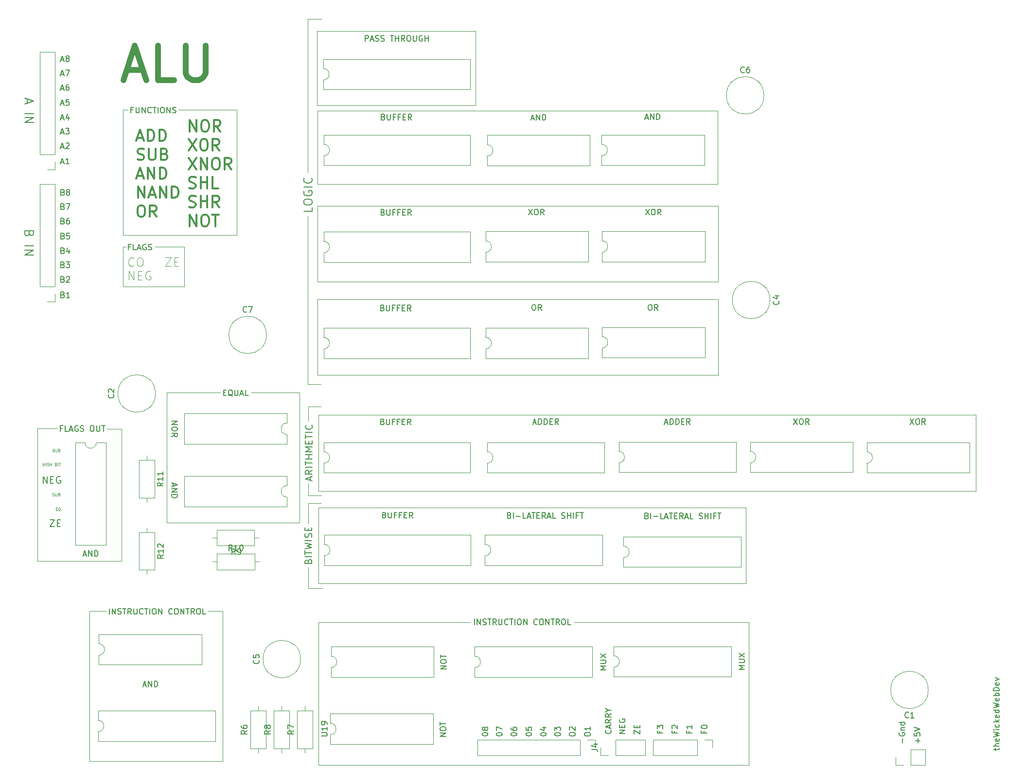
<source format=gbr>
%TF.GenerationSoftware,KiCad,Pcbnew,(5.1.9-0-10_14)*%
%TF.CreationDate,2021-04-21T01:18:25-04:00*%
%TF.ProjectId,ALU,414c552e-6b69-4636-9164-5f7063625858,rev?*%
%TF.SameCoordinates,Original*%
%TF.FileFunction,Legend,Top*%
%TF.FilePolarity,Positive*%
%FSLAX46Y46*%
G04 Gerber Fmt 4.6, Leading zero omitted, Abs format (unit mm)*
G04 Created by KiCad (PCBNEW (5.1.9-0-10_14)) date 2021-04-21 01:18:25*
%MOMM*%
%LPD*%
G01*
G04 APERTURE LIST*
%ADD10C,0.150000*%
%ADD11C,0.120000*%
%ADD12C,0.180000*%
%ADD13C,0.300000*%
%ADD14C,1.000000*%
%ADD15C,0.125000*%
G04 APERTURE END LIST*
D10*
X210605714Y-149486142D02*
X210605714Y-149105190D01*
X210272380Y-149343285D02*
X211129523Y-149343285D01*
X211224761Y-149295666D01*
X211272380Y-149200428D01*
X211272380Y-149105190D01*
X211272380Y-148771857D02*
X210272380Y-148771857D01*
X211272380Y-148343285D02*
X210748571Y-148343285D01*
X210653333Y-148390904D01*
X210605714Y-148486142D01*
X210605714Y-148629000D01*
X210653333Y-148724238D01*
X210700952Y-148771857D01*
X211224761Y-147486142D02*
X211272380Y-147581380D01*
X211272380Y-147771857D01*
X211224761Y-147867095D01*
X211129523Y-147914714D01*
X210748571Y-147914714D01*
X210653333Y-147867095D01*
X210605714Y-147771857D01*
X210605714Y-147581380D01*
X210653333Y-147486142D01*
X210748571Y-147438523D01*
X210843809Y-147438523D01*
X210939047Y-147914714D01*
X210272380Y-147105190D02*
X211272380Y-146867095D01*
X210558095Y-146676619D01*
X211272380Y-146486142D01*
X210272380Y-146248047D01*
X211272380Y-145867095D02*
X210605714Y-145867095D01*
X210272380Y-145867095D02*
X210320000Y-145914714D01*
X210367619Y-145867095D01*
X210320000Y-145819476D01*
X210272380Y-145867095D01*
X210367619Y-145867095D01*
X211224761Y-144962333D02*
X211272380Y-145057571D01*
X211272380Y-145248047D01*
X211224761Y-145343285D01*
X211177142Y-145390904D01*
X211081904Y-145438523D01*
X210796190Y-145438523D01*
X210700952Y-145390904D01*
X210653333Y-145343285D01*
X210605714Y-145248047D01*
X210605714Y-145057571D01*
X210653333Y-144962333D01*
X211272380Y-144533761D02*
X210272380Y-144533761D01*
X210891428Y-144438523D02*
X211272380Y-144152809D01*
X210605714Y-144152809D02*
X210986666Y-144533761D01*
X211224761Y-143343285D02*
X211272380Y-143438523D01*
X211272380Y-143629000D01*
X211224761Y-143724238D01*
X211129523Y-143771857D01*
X210748571Y-143771857D01*
X210653333Y-143724238D01*
X210605714Y-143629000D01*
X210605714Y-143438523D01*
X210653333Y-143343285D01*
X210748571Y-143295666D01*
X210843809Y-143295666D01*
X210939047Y-143771857D01*
X211272380Y-142438523D02*
X210272380Y-142438523D01*
X211224761Y-142438523D02*
X211272380Y-142533761D01*
X211272380Y-142724238D01*
X211224761Y-142819476D01*
X211177142Y-142867095D01*
X211081904Y-142914714D01*
X210796190Y-142914714D01*
X210700952Y-142867095D01*
X210653333Y-142819476D01*
X210605714Y-142724238D01*
X210605714Y-142533761D01*
X210653333Y-142438523D01*
X210272380Y-142057571D02*
X211272380Y-141819476D01*
X210558095Y-141629000D01*
X211272380Y-141438523D01*
X210272380Y-141200428D01*
X211224761Y-140438523D02*
X211272380Y-140533761D01*
X211272380Y-140724238D01*
X211224761Y-140819476D01*
X211129523Y-140867095D01*
X210748571Y-140867095D01*
X210653333Y-140819476D01*
X210605714Y-140724238D01*
X210605714Y-140533761D01*
X210653333Y-140438523D01*
X210748571Y-140390904D01*
X210843809Y-140390904D01*
X210939047Y-140867095D01*
X211272380Y-139962333D02*
X210272380Y-139962333D01*
X210653333Y-139962333D02*
X210605714Y-139867095D01*
X210605714Y-139676619D01*
X210653333Y-139581380D01*
X210700952Y-139533761D01*
X210796190Y-139486142D01*
X211081904Y-139486142D01*
X211177142Y-139533761D01*
X211224761Y-139581380D01*
X211272380Y-139676619D01*
X211272380Y-139867095D01*
X211224761Y-139962333D01*
X211272380Y-139057571D02*
X210272380Y-139057571D01*
X210272380Y-138819476D01*
X210320000Y-138676619D01*
X210415238Y-138581380D01*
X210510476Y-138533761D01*
X210700952Y-138486142D01*
X210843809Y-138486142D01*
X211034285Y-138533761D01*
X211129523Y-138581380D01*
X211224761Y-138676619D01*
X211272380Y-138819476D01*
X211272380Y-139057571D01*
X211224761Y-137676619D02*
X211272380Y-137771857D01*
X211272380Y-137962333D01*
X211224761Y-138057571D01*
X211129523Y-138105190D01*
X210748571Y-138105190D01*
X210653333Y-138057571D01*
X210605714Y-137962333D01*
X210605714Y-137771857D01*
X210653333Y-137676619D01*
X210748571Y-137629000D01*
X210843809Y-137629000D01*
X210939047Y-138105190D01*
X210605714Y-137295666D02*
X211272380Y-137057571D01*
X210605714Y-136819476D01*
D11*
X78549500Y-37846000D02*
X68389500Y-37846000D01*
X78549500Y-59626500D02*
X78549500Y-37846000D01*
X58737500Y-59626500D02*
X78549500Y-59626500D01*
X58737500Y-37846000D02*
X58737500Y-59626500D01*
X59563000Y-37846000D02*
X58737500Y-37846000D01*
D12*
X60441928Y-37838071D02*
X60108595Y-37838071D01*
X60108595Y-38361880D02*
X60108595Y-37361880D01*
X60584785Y-37361880D01*
X60965738Y-37361880D02*
X60965738Y-38171404D01*
X61013357Y-38266642D01*
X61060976Y-38314261D01*
X61156214Y-38361880D01*
X61346690Y-38361880D01*
X61441928Y-38314261D01*
X61489547Y-38266642D01*
X61537166Y-38171404D01*
X61537166Y-37361880D01*
X62013357Y-38361880D02*
X62013357Y-37361880D01*
X62584785Y-38361880D01*
X62584785Y-37361880D01*
X63632404Y-38266642D02*
X63584785Y-38314261D01*
X63441928Y-38361880D01*
X63346690Y-38361880D01*
X63203833Y-38314261D01*
X63108595Y-38219023D01*
X63060976Y-38123785D01*
X63013357Y-37933309D01*
X63013357Y-37790452D01*
X63060976Y-37599976D01*
X63108595Y-37504738D01*
X63203833Y-37409500D01*
X63346690Y-37361880D01*
X63441928Y-37361880D01*
X63584785Y-37409500D01*
X63632404Y-37457119D01*
X63918119Y-37361880D02*
X64489547Y-37361880D01*
X64203833Y-38361880D02*
X64203833Y-37361880D01*
X64822880Y-38361880D02*
X64822880Y-37361880D01*
X65489547Y-37361880D02*
X65680023Y-37361880D01*
X65775261Y-37409500D01*
X65870500Y-37504738D01*
X65918119Y-37695214D01*
X65918119Y-38028547D01*
X65870500Y-38219023D01*
X65775261Y-38314261D01*
X65680023Y-38361880D01*
X65489547Y-38361880D01*
X65394309Y-38314261D01*
X65299071Y-38219023D01*
X65251452Y-38028547D01*
X65251452Y-37695214D01*
X65299071Y-37504738D01*
X65394309Y-37409500D01*
X65489547Y-37361880D01*
X66346690Y-38361880D02*
X66346690Y-37361880D01*
X66918119Y-38361880D01*
X66918119Y-37361880D01*
X67346690Y-38314261D02*
X67489547Y-38361880D01*
X67727642Y-38361880D01*
X67822880Y-38314261D01*
X67870500Y-38266642D01*
X67918119Y-38171404D01*
X67918119Y-38076166D01*
X67870500Y-37980928D01*
X67822880Y-37933309D01*
X67727642Y-37885690D01*
X67537166Y-37838071D01*
X67441928Y-37790452D01*
X67394309Y-37742833D01*
X67346690Y-37647595D01*
X67346690Y-37552357D01*
X67394309Y-37457119D01*
X67441928Y-37409500D01*
X67537166Y-37361880D01*
X67775261Y-37361880D01*
X67918119Y-37409500D01*
D11*
X58737500Y-61658500D02*
X59182000Y-61658500D01*
X58737500Y-68643500D02*
X58737500Y-61658500D01*
X69342000Y-68643500D02*
X58737500Y-68643500D01*
X69342000Y-68072000D02*
X69342000Y-68643500D01*
X69342000Y-61722000D02*
X69342000Y-68072000D01*
X64325500Y-61722000D02*
X69342000Y-61722000D01*
X90932000Y-119253000D02*
X90932000Y-117538500D01*
X90932000Y-104076500D02*
X90932000Y-102933500D01*
X90932000Y-91059000D02*
X90932000Y-92075000D01*
X90932000Y-121221500D02*
X93408500Y-121221500D01*
X90932000Y-119253000D02*
X90932000Y-121221500D01*
X90932000Y-106362500D02*
X90932000Y-109918500D01*
X93281500Y-106362500D02*
X90932000Y-106362500D01*
X90932000Y-105029000D02*
X93281500Y-105029000D01*
X90932000Y-104076500D02*
X90932000Y-105029000D01*
X90932000Y-89535000D02*
X90932000Y-91059000D01*
X93154500Y-89535000D02*
X90932000Y-89535000D01*
X90868500Y-85661500D02*
X93154500Y-85661500D01*
X90868500Y-56324500D02*
X90868500Y-85661500D01*
X90868500Y-21971000D02*
X93218000Y-21971000D01*
X90868500Y-48768000D02*
X90868500Y-21971000D01*
D10*
X91674071Y-54820071D02*
X91674071Y-55534357D01*
X90174071Y-55534357D01*
X90174071Y-54034357D02*
X90174071Y-53748642D01*
X90245500Y-53605785D01*
X90388357Y-53462928D01*
X90674071Y-53391500D01*
X91174071Y-53391500D01*
X91459785Y-53462928D01*
X91602642Y-53605785D01*
X91674071Y-53748642D01*
X91674071Y-54034357D01*
X91602642Y-54177214D01*
X91459785Y-54320071D01*
X91174071Y-54391500D01*
X90674071Y-54391500D01*
X90388357Y-54320071D01*
X90245500Y-54177214D01*
X90174071Y-54034357D01*
X90245500Y-51962928D02*
X90174071Y-52105785D01*
X90174071Y-52320071D01*
X90245500Y-52534357D01*
X90388357Y-52677214D01*
X90531214Y-52748642D01*
X90816928Y-52820071D01*
X91031214Y-52820071D01*
X91316928Y-52748642D01*
X91459785Y-52677214D01*
X91602642Y-52534357D01*
X91674071Y-52320071D01*
X91674071Y-52177214D01*
X91602642Y-51962928D01*
X91531214Y-51891500D01*
X91031214Y-51891500D01*
X91031214Y-52177214D01*
X91674071Y-51248642D02*
X90174071Y-51248642D01*
X91531214Y-49677214D02*
X91602642Y-49748642D01*
X91674071Y-49962928D01*
X91674071Y-50105785D01*
X91602642Y-50320071D01*
X91459785Y-50462928D01*
X91316928Y-50534357D01*
X91031214Y-50605785D01*
X90816928Y-50605785D01*
X90531214Y-50534357D01*
X90388357Y-50462928D01*
X90245500Y-50320071D01*
X90174071Y-50105785D01*
X90174071Y-49962928D01*
X90245500Y-49748642D01*
X90316928Y-49677214D01*
X91322500Y-102428071D02*
X91322500Y-101856642D01*
X91665357Y-102542357D02*
X90465357Y-102142357D01*
X91665357Y-101742357D01*
X91665357Y-100656642D02*
X91093928Y-101056642D01*
X91665357Y-101342357D02*
X90465357Y-101342357D01*
X90465357Y-100885214D01*
X90522500Y-100770928D01*
X90579642Y-100713785D01*
X90693928Y-100656642D01*
X90865357Y-100656642D01*
X90979642Y-100713785D01*
X91036785Y-100770928D01*
X91093928Y-100885214D01*
X91093928Y-101342357D01*
X91665357Y-100142357D02*
X90465357Y-100142357D01*
X90465357Y-99742357D02*
X90465357Y-99056642D01*
X91665357Y-99399500D02*
X90465357Y-99399500D01*
X91665357Y-98656642D02*
X90465357Y-98656642D01*
X91036785Y-98656642D02*
X91036785Y-97970928D01*
X91665357Y-97970928D02*
X90465357Y-97970928D01*
X91665357Y-97399500D02*
X90465357Y-97399500D01*
X91322500Y-96999500D01*
X90465357Y-96599500D01*
X91665357Y-96599500D01*
X91036785Y-96028071D02*
X91036785Y-95628071D01*
X91665357Y-95456642D02*
X91665357Y-96028071D01*
X90465357Y-96028071D01*
X90465357Y-95456642D01*
X90465357Y-95113785D02*
X90465357Y-94428071D01*
X91665357Y-94770928D02*
X90465357Y-94770928D01*
X91665357Y-94028071D02*
X90465357Y-94028071D01*
X91551071Y-92770928D02*
X91608214Y-92828071D01*
X91665357Y-92999500D01*
X91665357Y-93113785D01*
X91608214Y-93285214D01*
X91493928Y-93399500D01*
X91379642Y-93456642D01*
X91151071Y-93513785D01*
X90979642Y-93513785D01*
X90751071Y-93456642D01*
X90636785Y-93399500D01*
X90522500Y-93285214D01*
X90465357Y-93113785D01*
X90465357Y-92999500D01*
X90522500Y-92828071D01*
X90579642Y-92770928D01*
X90973285Y-116534857D02*
X91030428Y-116363428D01*
X91087571Y-116306285D01*
X91201857Y-116249142D01*
X91373285Y-116249142D01*
X91487571Y-116306285D01*
X91544714Y-116363428D01*
X91601857Y-116477714D01*
X91601857Y-116934857D01*
X90401857Y-116934857D01*
X90401857Y-116534857D01*
X90459000Y-116420571D01*
X90516142Y-116363428D01*
X90630428Y-116306285D01*
X90744714Y-116306285D01*
X90859000Y-116363428D01*
X90916142Y-116420571D01*
X90973285Y-116534857D01*
X90973285Y-116934857D01*
X91601857Y-115734857D02*
X90401857Y-115734857D01*
X90401857Y-115334857D02*
X90401857Y-114649142D01*
X91601857Y-114992000D02*
X90401857Y-114992000D01*
X90401857Y-114363428D02*
X91601857Y-114077714D01*
X90744714Y-113849142D01*
X91601857Y-113620571D01*
X90401857Y-113334857D01*
X91601857Y-112877714D02*
X90401857Y-112877714D01*
X91544714Y-112363428D02*
X91601857Y-112192000D01*
X91601857Y-111906285D01*
X91544714Y-111792000D01*
X91487571Y-111734857D01*
X91373285Y-111677714D01*
X91259000Y-111677714D01*
X91144714Y-111734857D01*
X91087571Y-111792000D01*
X91030428Y-111906285D01*
X90973285Y-112134857D01*
X90916142Y-112249142D01*
X90859000Y-112306285D01*
X90744714Y-112363428D01*
X90630428Y-112363428D01*
X90516142Y-112306285D01*
X90459000Y-112249142D01*
X90401857Y-112134857D01*
X90401857Y-111849142D01*
X90459000Y-111677714D01*
X90973285Y-111163428D02*
X90973285Y-110763428D01*
X91601857Y-110592000D02*
X91601857Y-111163428D01*
X90401857Y-111163428D01*
X90401857Y-110592000D01*
D11*
X167703500Y-127127000D02*
X137287000Y-127127000D01*
X92710000Y-127127000D02*
X119189500Y-127127000D01*
D10*
X119896976Y-127579380D02*
X119896976Y-126579380D01*
X120373166Y-127579380D02*
X120373166Y-126579380D01*
X120944595Y-127579380D01*
X120944595Y-126579380D01*
X121373166Y-127531761D02*
X121516023Y-127579380D01*
X121754119Y-127579380D01*
X121849357Y-127531761D01*
X121896976Y-127484142D01*
X121944595Y-127388904D01*
X121944595Y-127293666D01*
X121896976Y-127198428D01*
X121849357Y-127150809D01*
X121754119Y-127103190D01*
X121563642Y-127055571D01*
X121468404Y-127007952D01*
X121420785Y-126960333D01*
X121373166Y-126865095D01*
X121373166Y-126769857D01*
X121420785Y-126674619D01*
X121468404Y-126627000D01*
X121563642Y-126579380D01*
X121801738Y-126579380D01*
X121944595Y-126627000D01*
X122230309Y-126579380D02*
X122801738Y-126579380D01*
X122516023Y-127579380D02*
X122516023Y-126579380D01*
X123706500Y-127579380D02*
X123373166Y-127103190D01*
X123135071Y-127579380D02*
X123135071Y-126579380D01*
X123516023Y-126579380D01*
X123611261Y-126627000D01*
X123658880Y-126674619D01*
X123706500Y-126769857D01*
X123706500Y-126912714D01*
X123658880Y-127007952D01*
X123611261Y-127055571D01*
X123516023Y-127103190D01*
X123135071Y-127103190D01*
X124135071Y-126579380D02*
X124135071Y-127388904D01*
X124182690Y-127484142D01*
X124230309Y-127531761D01*
X124325547Y-127579380D01*
X124516023Y-127579380D01*
X124611261Y-127531761D01*
X124658880Y-127484142D01*
X124706500Y-127388904D01*
X124706500Y-126579380D01*
X125754119Y-127484142D02*
X125706500Y-127531761D01*
X125563642Y-127579380D01*
X125468404Y-127579380D01*
X125325547Y-127531761D01*
X125230309Y-127436523D01*
X125182690Y-127341285D01*
X125135071Y-127150809D01*
X125135071Y-127007952D01*
X125182690Y-126817476D01*
X125230309Y-126722238D01*
X125325547Y-126627000D01*
X125468404Y-126579380D01*
X125563642Y-126579380D01*
X125706500Y-126627000D01*
X125754119Y-126674619D01*
X126039833Y-126579380D02*
X126611261Y-126579380D01*
X126325547Y-127579380D02*
X126325547Y-126579380D01*
X126944595Y-127579380D02*
X126944595Y-126579380D01*
X127611261Y-126579380D02*
X127801738Y-126579380D01*
X127896976Y-126627000D01*
X127992214Y-126722238D01*
X128039833Y-126912714D01*
X128039833Y-127246047D01*
X127992214Y-127436523D01*
X127896976Y-127531761D01*
X127801738Y-127579380D01*
X127611261Y-127579380D01*
X127516023Y-127531761D01*
X127420785Y-127436523D01*
X127373166Y-127246047D01*
X127373166Y-126912714D01*
X127420785Y-126722238D01*
X127516023Y-126627000D01*
X127611261Y-126579380D01*
X128468404Y-127579380D02*
X128468404Y-126579380D01*
X129039833Y-127579380D01*
X129039833Y-126579380D01*
X130849357Y-127484142D02*
X130801738Y-127531761D01*
X130658880Y-127579380D01*
X130563642Y-127579380D01*
X130420785Y-127531761D01*
X130325547Y-127436523D01*
X130277928Y-127341285D01*
X130230309Y-127150809D01*
X130230309Y-127007952D01*
X130277928Y-126817476D01*
X130325547Y-126722238D01*
X130420785Y-126627000D01*
X130563642Y-126579380D01*
X130658880Y-126579380D01*
X130801738Y-126627000D01*
X130849357Y-126674619D01*
X131468404Y-126579380D02*
X131658880Y-126579380D01*
X131754119Y-126627000D01*
X131849357Y-126722238D01*
X131896976Y-126912714D01*
X131896976Y-127246047D01*
X131849357Y-127436523D01*
X131754119Y-127531761D01*
X131658880Y-127579380D01*
X131468404Y-127579380D01*
X131373166Y-127531761D01*
X131277928Y-127436523D01*
X131230309Y-127246047D01*
X131230309Y-126912714D01*
X131277928Y-126722238D01*
X131373166Y-126627000D01*
X131468404Y-126579380D01*
X132325547Y-127579380D02*
X132325547Y-126579380D01*
X132896976Y-127579380D01*
X132896976Y-126579380D01*
X133230309Y-126579380D02*
X133801738Y-126579380D01*
X133516023Y-127579380D02*
X133516023Y-126579380D01*
X134706500Y-127579380D02*
X134373166Y-127103190D01*
X134135071Y-127579380D02*
X134135071Y-126579380D01*
X134516023Y-126579380D01*
X134611261Y-126627000D01*
X134658880Y-126674619D01*
X134706500Y-126769857D01*
X134706500Y-126912714D01*
X134658880Y-127007952D01*
X134611261Y-127055571D01*
X134516023Y-127103190D01*
X134135071Y-127103190D01*
X135325547Y-126579380D02*
X135516023Y-126579380D01*
X135611261Y-126627000D01*
X135706500Y-126722238D01*
X135754119Y-126912714D01*
X135754119Y-127246047D01*
X135706500Y-127436523D01*
X135611261Y-127531761D01*
X135516023Y-127579380D01*
X135325547Y-127579380D01*
X135230309Y-127531761D01*
X135135071Y-127436523D01*
X135087452Y-127246047D01*
X135087452Y-126912714D01*
X135135071Y-126722238D01*
X135230309Y-126627000D01*
X135325547Y-126579380D01*
X136658880Y-127579380D02*
X136182690Y-127579380D01*
X136182690Y-126579380D01*
D11*
X52832000Y-125158500D02*
X55816500Y-125158500D01*
X76073000Y-125158500D02*
X73469500Y-125158500D01*
X52832000Y-151320500D02*
X52832000Y-125158500D01*
X76073000Y-125158500D02*
X76073000Y-151320500D01*
D10*
X56333476Y-125737880D02*
X56333476Y-124737880D01*
X56809666Y-125737880D02*
X56809666Y-124737880D01*
X57381095Y-125737880D01*
X57381095Y-124737880D01*
X57809666Y-125690261D02*
X57952523Y-125737880D01*
X58190619Y-125737880D01*
X58285857Y-125690261D01*
X58333476Y-125642642D01*
X58381095Y-125547404D01*
X58381095Y-125452166D01*
X58333476Y-125356928D01*
X58285857Y-125309309D01*
X58190619Y-125261690D01*
X58000142Y-125214071D01*
X57904904Y-125166452D01*
X57857285Y-125118833D01*
X57809666Y-125023595D01*
X57809666Y-124928357D01*
X57857285Y-124833119D01*
X57904904Y-124785500D01*
X58000142Y-124737880D01*
X58238238Y-124737880D01*
X58381095Y-124785500D01*
X58666809Y-124737880D02*
X59238238Y-124737880D01*
X58952523Y-125737880D02*
X58952523Y-124737880D01*
X60143000Y-125737880D02*
X59809666Y-125261690D01*
X59571571Y-125737880D02*
X59571571Y-124737880D01*
X59952523Y-124737880D01*
X60047761Y-124785500D01*
X60095380Y-124833119D01*
X60143000Y-124928357D01*
X60143000Y-125071214D01*
X60095380Y-125166452D01*
X60047761Y-125214071D01*
X59952523Y-125261690D01*
X59571571Y-125261690D01*
X60571571Y-124737880D02*
X60571571Y-125547404D01*
X60619190Y-125642642D01*
X60666809Y-125690261D01*
X60762047Y-125737880D01*
X60952523Y-125737880D01*
X61047761Y-125690261D01*
X61095380Y-125642642D01*
X61143000Y-125547404D01*
X61143000Y-124737880D01*
X62190619Y-125642642D02*
X62143000Y-125690261D01*
X62000142Y-125737880D01*
X61904904Y-125737880D01*
X61762047Y-125690261D01*
X61666809Y-125595023D01*
X61619190Y-125499785D01*
X61571571Y-125309309D01*
X61571571Y-125166452D01*
X61619190Y-124975976D01*
X61666809Y-124880738D01*
X61762047Y-124785500D01*
X61904904Y-124737880D01*
X62000142Y-124737880D01*
X62143000Y-124785500D01*
X62190619Y-124833119D01*
X62476333Y-124737880D02*
X63047761Y-124737880D01*
X62762047Y-125737880D02*
X62762047Y-124737880D01*
X63381095Y-125737880D02*
X63381095Y-124737880D01*
X64047761Y-124737880D02*
X64238238Y-124737880D01*
X64333476Y-124785500D01*
X64428714Y-124880738D01*
X64476333Y-125071214D01*
X64476333Y-125404547D01*
X64428714Y-125595023D01*
X64333476Y-125690261D01*
X64238238Y-125737880D01*
X64047761Y-125737880D01*
X63952523Y-125690261D01*
X63857285Y-125595023D01*
X63809666Y-125404547D01*
X63809666Y-125071214D01*
X63857285Y-124880738D01*
X63952523Y-124785500D01*
X64047761Y-124737880D01*
X64904904Y-125737880D02*
X64904904Y-124737880D01*
X65476333Y-125737880D01*
X65476333Y-124737880D01*
X67285857Y-125642642D02*
X67238238Y-125690261D01*
X67095380Y-125737880D01*
X67000142Y-125737880D01*
X66857285Y-125690261D01*
X66762047Y-125595023D01*
X66714428Y-125499785D01*
X66666809Y-125309309D01*
X66666809Y-125166452D01*
X66714428Y-124975976D01*
X66762047Y-124880738D01*
X66857285Y-124785500D01*
X67000142Y-124737880D01*
X67095380Y-124737880D01*
X67238238Y-124785500D01*
X67285857Y-124833119D01*
X67904904Y-124737880D02*
X68095380Y-124737880D01*
X68190619Y-124785500D01*
X68285857Y-124880738D01*
X68333476Y-125071214D01*
X68333476Y-125404547D01*
X68285857Y-125595023D01*
X68190619Y-125690261D01*
X68095380Y-125737880D01*
X67904904Y-125737880D01*
X67809666Y-125690261D01*
X67714428Y-125595023D01*
X67666809Y-125404547D01*
X67666809Y-125071214D01*
X67714428Y-124880738D01*
X67809666Y-124785500D01*
X67904904Y-124737880D01*
X68762047Y-125737880D02*
X68762047Y-124737880D01*
X69333476Y-125737880D01*
X69333476Y-124737880D01*
X69666809Y-124737880D02*
X70238238Y-124737880D01*
X69952523Y-125737880D02*
X69952523Y-124737880D01*
X71143000Y-125737880D02*
X70809666Y-125261690D01*
X70571571Y-125737880D02*
X70571571Y-124737880D01*
X70952523Y-124737880D01*
X71047761Y-124785500D01*
X71095380Y-124833119D01*
X71143000Y-124928357D01*
X71143000Y-125071214D01*
X71095380Y-125166452D01*
X71047761Y-125214071D01*
X70952523Y-125261690D01*
X70571571Y-125261690D01*
X71762047Y-124737880D02*
X71952523Y-124737880D01*
X72047761Y-124785500D01*
X72143000Y-124880738D01*
X72190619Y-125071214D01*
X72190619Y-125404547D01*
X72143000Y-125595023D01*
X72047761Y-125690261D01*
X71952523Y-125737880D01*
X71762047Y-125737880D01*
X71666809Y-125690261D01*
X71571571Y-125595023D01*
X71523952Y-125404547D01*
X71523952Y-125071214D01*
X71571571Y-124880738D01*
X71666809Y-124785500D01*
X71762047Y-124737880D01*
X73095380Y-125737880D02*
X72619190Y-125737880D01*
X72619190Y-124737880D01*
D11*
X89471500Y-97726500D02*
X89471500Y-100076000D01*
X66357500Y-87122000D02*
X66357500Y-87757000D01*
X75628500Y-87122000D02*
X66357500Y-87122000D01*
X89471500Y-87122000D02*
X89471500Y-87757000D01*
X81026000Y-87122000D02*
X89471500Y-87122000D01*
D10*
X76200261Y-87114071D02*
X76533595Y-87114071D01*
X76676452Y-87637880D02*
X76200261Y-87637880D01*
X76200261Y-86637880D01*
X76676452Y-86637880D01*
X77771690Y-87733119D02*
X77676452Y-87685500D01*
X77581214Y-87590261D01*
X77438357Y-87447404D01*
X77343119Y-87399785D01*
X77247880Y-87399785D01*
X77295500Y-87637880D02*
X77200261Y-87590261D01*
X77105023Y-87495023D01*
X77057404Y-87304547D01*
X77057404Y-86971214D01*
X77105023Y-86780738D01*
X77200261Y-86685500D01*
X77295500Y-86637880D01*
X77485976Y-86637880D01*
X77581214Y-86685500D01*
X77676452Y-86780738D01*
X77724071Y-86971214D01*
X77724071Y-87304547D01*
X77676452Y-87495023D01*
X77581214Y-87590261D01*
X77485976Y-87637880D01*
X77295500Y-87637880D01*
X78152642Y-86637880D02*
X78152642Y-87447404D01*
X78200261Y-87542642D01*
X78247880Y-87590261D01*
X78343119Y-87637880D01*
X78533595Y-87637880D01*
X78628833Y-87590261D01*
X78676452Y-87542642D01*
X78724071Y-87447404D01*
X78724071Y-86637880D01*
X79152642Y-87352166D02*
X79628833Y-87352166D01*
X79057404Y-87637880D02*
X79390738Y-86637880D01*
X79724071Y-87637880D01*
X80533595Y-87637880D02*
X80057404Y-87637880D01*
X80057404Y-86637880D01*
D11*
X76073000Y-151320500D02*
X52832000Y-151320500D01*
D10*
X62238095Y-138088666D02*
X62714285Y-138088666D01*
X62142857Y-138374380D02*
X62476190Y-137374380D01*
X62809523Y-138374380D01*
X63142857Y-138374380D02*
X63142857Y-137374380D01*
X63714285Y-138374380D01*
X63714285Y-137374380D01*
X64190476Y-138374380D02*
X64190476Y-137374380D01*
X64428571Y-137374380D01*
X64571428Y-137422000D01*
X64666666Y-137517238D01*
X64714285Y-137612476D01*
X64761904Y-137802952D01*
X64761904Y-137945809D01*
X64714285Y-138136285D01*
X64666666Y-138231523D01*
X64571428Y-138326761D01*
X64428571Y-138374380D01*
X64190476Y-138374380D01*
D12*
X59997428Y-61714071D02*
X59664095Y-61714071D01*
X59664095Y-62237880D02*
X59664095Y-61237880D01*
X60140285Y-61237880D01*
X60997428Y-62237880D02*
X60521238Y-62237880D01*
X60521238Y-61237880D01*
X61283142Y-61952166D02*
X61759333Y-61952166D01*
X61187904Y-62237880D02*
X61521238Y-61237880D01*
X61854571Y-62237880D01*
X62711714Y-61285500D02*
X62616476Y-61237880D01*
X62473619Y-61237880D01*
X62330761Y-61285500D01*
X62235523Y-61380738D01*
X62187904Y-61475976D01*
X62140285Y-61666452D01*
X62140285Y-61809309D01*
X62187904Y-61999785D01*
X62235523Y-62095023D01*
X62330761Y-62190261D01*
X62473619Y-62237880D01*
X62568857Y-62237880D01*
X62711714Y-62190261D01*
X62759333Y-62142642D01*
X62759333Y-61809309D01*
X62568857Y-61809309D01*
X63140285Y-62190261D02*
X63283142Y-62237880D01*
X63521238Y-62237880D01*
X63616476Y-62190261D01*
X63664095Y-62142642D01*
X63711714Y-62047404D01*
X63711714Y-61952166D01*
X63664095Y-61856928D01*
X63616476Y-61809309D01*
X63521238Y-61761690D01*
X63330761Y-61714071D01*
X63235523Y-61666452D01*
X63187904Y-61618833D01*
X63140285Y-61523595D01*
X63140285Y-61428357D01*
X63187904Y-61333119D01*
X63235523Y-61285500D01*
X63330761Y-61237880D01*
X63568857Y-61237880D01*
X63711714Y-61285500D01*
D11*
X60601285Y-64946214D02*
X60529857Y-65017642D01*
X60315571Y-65089071D01*
X60172714Y-65089071D01*
X59958428Y-65017642D01*
X59815571Y-64874785D01*
X59744142Y-64731928D01*
X59672714Y-64446214D01*
X59672714Y-64231928D01*
X59744142Y-63946214D01*
X59815571Y-63803357D01*
X59958428Y-63660500D01*
X60172714Y-63589071D01*
X60315571Y-63589071D01*
X60529857Y-63660500D01*
X60601285Y-63731928D01*
X61529857Y-63589071D02*
X61815571Y-63589071D01*
X61958428Y-63660500D01*
X62101285Y-63803357D01*
X62172714Y-64089071D01*
X62172714Y-64589071D01*
X62101285Y-64874785D01*
X61958428Y-65017642D01*
X61815571Y-65089071D01*
X61529857Y-65089071D01*
X61387000Y-65017642D01*
X61244142Y-64874785D01*
X61172714Y-64589071D01*
X61172714Y-64089071D01*
X61244142Y-63803357D01*
X61387000Y-63660500D01*
X61529857Y-63589071D01*
X66101285Y-63589071D02*
X67101285Y-63589071D01*
X66101285Y-65089071D01*
X67101285Y-65089071D01*
X67672714Y-64303357D02*
X68172714Y-64303357D01*
X68387000Y-65089071D02*
X67672714Y-65089071D01*
X67672714Y-63589071D01*
X68387000Y-63589071D01*
X59744142Y-67459071D02*
X59744142Y-65959071D01*
X60601285Y-67459071D01*
X60601285Y-65959071D01*
X61315571Y-66673357D02*
X61815571Y-66673357D01*
X62029857Y-67459071D02*
X61315571Y-67459071D01*
X61315571Y-65959071D01*
X62029857Y-65959071D01*
X63458428Y-66030500D02*
X63315571Y-65959071D01*
X63101285Y-65959071D01*
X62887000Y-66030500D01*
X62744142Y-66173357D01*
X62672714Y-66316214D01*
X62601285Y-66601928D01*
X62601285Y-66816214D01*
X62672714Y-67101928D01*
X62744142Y-67244785D01*
X62887000Y-67387642D01*
X63101285Y-67459071D01*
X63244142Y-67459071D01*
X63458428Y-67387642D01*
X63529857Y-67316214D01*
X63529857Y-66816214D01*
X63244142Y-66816214D01*
D13*
X70330690Y-41613261D02*
X70330690Y-39613261D01*
X71473547Y-41613261D01*
X71473547Y-39613261D01*
X72806880Y-39613261D02*
X73187833Y-39613261D01*
X73378309Y-39708500D01*
X73568785Y-39898976D01*
X73664023Y-40279928D01*
X73664023Y-40946595D01*
X73568785Y-41327547D01*
X73378309Y-41518023D01*
X73187833Y-41613261D01*
X72806880Y-41613261D01*
X72616404Y-41518023D01*
X72425928Y-41327547D01*
X72330690Y-40946595D01*
X72330690Y-40279928D01*
X72425928Y-39898976D01*
X72616404Y-39708500D01*
X72806880Y-39613261D01*
X75664023Y-41613261D02*
X74997357Y-40660880D01*
X74521166Y-41613261D02*
X74521166Y-39613261D01*
X75283071Y-39613261D01*
X75473547Y-39708500D01*
X75568785Y-39803738D01*
X75664023Y-39994214D01*
X75664023Y-40279928D01*
X75568785Y-40470404D01*
X75473547Y-40565642D01*
X75283071Y-40660880D01*
X74521166Y-40660880D01*
X70140214Y-42913261D02*
X71473547Y-44913261D01*
X71473547Y-42913261D02*
X70140214Y-44913261D01*
X72616404Y-42913261D02*
X72997357Y-42913261D01*
X73187833Y-43008500D01*
X73378309Y-43198976D01*
X73473547Y-43579928D01*
X73473547Y-44246595D01*
X73378309Y-44627547D01*
X73187833Y-44818023D01*
X72997357Y-44913261D01*
X72616404Y-44913261D01*
X72425928Y-44818023D01*
X72235452Y-44627547D01*
X72140214Y-44246595D01*
X72140214Y-43579928D01*
X72235452Y-43198976D01*
X72425928Y-43008500D01*
X72616404Y-42913261D01*
X75473547Y-44913261D02*
X74806880Y-43960880D01*
X74330690Y-44913261D02*
X74330690Y-42913261D01*
X75092595Y-42913261D01*
X75283071Y-43008500D01*
X75378309Y-43103738D01*
X75473547Y-43294214D01*
X75473547Y-43579928D01*
X75378309Y-43770404D01*
X75283071Y-43865642D01*
X75092595Y-43960880D01*
X74330690Y-43960880D01*
X70140214Y-46213261D02*
X71473547Y-48213261D01*
X71473547Y-46213261D02*
X70140214Y-48213261D01*
X72235452Y-48213261D02*
X72235452Y-46213261D01*
X73378309Y-48213261D01*
X73378309Y-46213261D01*
X74711642Y-46213261D02*
X75092595Y-46213261D01*
X75283071Y-46308500D01*
X75473547Y-46498976D01*
X75568785Y-46879928D01*
X75568785Y-47546595D01*
X75473547Y-47927547D01*
X75283071Y-48118023D01*
X75092595Y-48213261D01*
X74711642Y-48213261D01*
X74521166Y-48118023D01*
X74330690Y-47927547D01*
X74235452Y-47546595D01*
X74235452Y-46879928D01*
X74330690Y-46498976D01*
X74521166Y-46308500D01*
X74711642Y-46213261D01*
X77568785Y-48213261D02*
X76902119Y-47260880D01*
X76425928Y-48213261D02*
X76425928Y-46213261D01*
X77187833Y-46213261D01*
X77378309Y-46308500D01*
X77473547Y-46403738D01*
X77568785Y-46594214D01*
X77568785Y-46879928D01*
X77473547Y-47070404D01*
X77378309Y-47165642D01*
X77187833Y-47260880D01*
X76425928Y-47260880D01*
X70235452Y-51418023D02*
X70521166Y-51513261D01*
X70997357Y-51513261D01*
X71187833Y-51418023D01*
X71283071Y-51322785D01*
X71378309Y-51132309D01*
X71378309Y-50941833D01*
X71283071Y-50751357D01*
X71187833Y-50656119D01*
X70997357Y-50560880D01*
X70616404Y-50465642D01*
X70425928Y-50370404D01*
X70330690Y-50275166D01*
X70235452Y-50084690D01*
X70235452Y-49894214D01*
X70330690Y-49703738D01*
X70425928Y-49608500D01*
X70616404Y-49513261D01*
X71092595Y-49513261D01*
X71378309Y-49608500D01*
X72235452Y-51513261D02*
X72235452Y-49513261D01*
X72235452Y-50465642D02*
X73378309Y-50465642D01*
X73378309Y-51513261D02*
X73378309Y-49513261D01*
X75283071Y-51513261D02*
X74330690Y-51513261D01*
X74330690Y-49513261D01*
X70235452Y-54718023D02*
X70521166Y-54813261D01*
X70997357Y-54813261D01*
X71187833Y-54718023D01*
X71283071Y-54622785D01*
X71378309Y-54432309D01*
X71378309Y-54241833D01*
X71283071Y-54051357D01*
X71187833Y-53956119D01*
X70997357Y-53860880D01*
X70616404Y-53765642D01*
X70425928Y-53670404D01*
X70330690Y-53575166D01*
X70235452Y-53384690D01*
X70235452Y-53194214D01*
X70330690Y-53003738D01*
X70425928Y-52908500D01*
X70616404Y-52813261D01*
X71092595Y-52813261D01*
X71378309Y-52908500D01*
X72235452Y-54813261D02*
X72235452Y-52813261D01*
X72235452Y-53765642D02*
X73378309Y-53765642D01*
X73378309Y-54813261D02*
X73378309Y-52813261D01*
X75473547Y-54813261D02*
X74806880Y-53860880D01*
X74330690Y-54813261D02*
X74330690Y-52813261D01*
X75092595Y-52813261D01*
X75283071Y-52908500D01*
X75378309Y-53003738D01*
X75473547Y-53194214D01*
X75473547Y-53479928D01*
X75378309Y-53670404D01*
X75283071Y-53765642D01*
X75092595Y-53860880D01*
X74330690Y-53860880D01*
X70330690Y-58113261D02*
X70330690Y-56113261D01*
X71473547Y-58113261D01*
X71473547Y-56113261D01*
X72806880Y-56113261D02*
X73187833Y-56113261D01*
X73378309Y-56208500D01*
X73568785Y-56398976D01*
X73664023Y-56779928D01*
X73664023Y-57446595D01*
X73568785Y-57827547D01*
X73378309Y-58018023D01*
X73187833Y-58113261D01*
X72806880Y-58113261D01*
X72616404Y-58018023D01*
X72425928Y-57827547D01*
X72330690Y-57446595D01*
X72330690Y-56779928D01*
X72425928Y-56398976D01*
X72616404Y-56208500D01*
X72806880Y-56113261D01*
X74235452Y-56113261D02*
X75378309Y-56113261D01*
X74806880Y-58113261D02*
X74806880Y-56113261D01*
X61218452Y-42691833D02*
X62170833Y-42691833D01*
X61027976Y-43263261D02*
X61694642Y-41263261D01*
X62361309Y-43263261D01*
X63027976Y-43263261D02*
X63027976Y-41263261D01*
X63504166Y-41263261D01*
X63789880Y-41358500D01*
X63980357Y-41548976D01*
X64075595Y-41739452D01*
X64170833Y-42120404D01*
X64170833Y-42406119D01*
X64075595Y-42787071D01*
X63980357Y-42977547D01*
X63789880Y-43168023D01*
X63504166Y-43263261D01*
X63027976Y-43263261D01*
X65027976Y-43263261D02*
X65027976Y-41263261D01*
X65504166Y-41263261D01*
X65789880Y-41358500D01*
X65980357Y-41548976D01*
X66075595Y-41739452D01*
X66170833Y-42120404D01*
X66170833Y-42406119D01*
X66075595Y-42787071D01*
X65980357Y-42977547D01*
X65789880Y-43168023D01*
X65504166Y-43263261D01*
X65027976Y-43263261D01*
X61218452Y-46468023D02*
X61504166Y-46563261D01*
X61980357Y-46563261D01*
X62170833Y-46468023D01*
X62266071Y-46372785D01*
X62361309Y-46182309D01*
X62361309Y-45991833D01*
X62266071Y-45801357D01*
X62170833Y-45706119D01*
X61980357Y-45610880D01*
X61599404Y-45515642D01*
X61408928Y-45420404D01*
X61313690Y-45325166D01*
X61218452Y-45134690D01*
X61218452Y-44944214D01*
X61313690Y-44753738D01*
X61408928Y-44658500D01*
X61599404Y-44563261D01*
X62075595Y-44563261D01*
X62361309Y-44658500D01*
X63218452Y-44563261D02*
X63218452Y-46182309D01*
X63313690Y-46372785D01*
X63408928Y-46468023D01*
X63599404Y-46563261D01*
X63980357Y-46563261D01*
X64170833Y-46468023D01*
X64266071Y-46372785D01*
X64361309Y-46182309D01*
X64361309Y-44563261D01*
X65980357Y-45515642D02*
X66266071Y-45610880D01*
X66361309Y-45706119D01*
X66456547Y-45896595D01*
X66456547Y-46182309D01*
X66361309Y-46372785D01*
X66266071Y-46468023D01*
X66075595Y-46563261D01*
X65313690Y-46563261D01*
X65313690Y-44563261D01*
X65980357Y-44563261D01*
X66170833Y-44658500D01*
X66266071Y-44753738D01*
X66361309Y-44944214D01*
X66361309Y-45134690D01*
X66266071Y-45325166D01*
X66170833Y-45420404D01*
X65980357Y-45515642D01*
X65313690Y-45515642D01*
X61218452Y-49291833D02*
X62170833Y-49291833D01*
X61027976Y-49863261D02*
X61694642Y-47863261D01*
X62361309Y-49863261D01*
X63027976Y-49863261D02*
X63027976Y-47863261D01*
X64170833Y-49863261D01*
X64170833Y-47863261D01*
X65123214Y-49863261D02*
X65123214Y-47863261D01*
X65599404Y-47863261D01*
X65885119Y-47958500D01*
X66075595Y-48148976D01*
X66170833Y-48339452D01*
X66266071Y-48720404D01*
X66266071Y-49006119D01*
X66170833Y-49387071D01*
X66075595Y-49577547D01*
X65885119Y-49768023D01*
X65599404Y-49863261D01*
X65123214Y-49863261D01*
X61313690Y-53163261D02*
X61313690Y-51163261D01*
X62456547Y-53163261D01*
X62456547Y-51163261D01*
X63313690Y-52591833D02*
X64266071Y-52591833D01*
X63123214Y-53163261D02*
X63789880Y-51163261D01*
X64456547Y-53163261D01*
X65123214Y-53163261D02*
X65123214Y-51163261D01*
X66266071Y-53163261D01*
X66266071Y-51163261D01*
X67218452Y-53163261D02*
X67218452Y-51163261D01*
X67694642Y-51163261D01*
X67980357Y-51258500D01*
X68170833Y-51448976D01*
X68266071Y-51639452D01*
X68361309Y-52020404D01*
X68361309Y-52306119D01*
X68266071Y-52687071D01*
X68170833Y-52877547D01*
X67980357Y-53068023D01*
X67694642Y-53163261D01*
X67218452Y-53163261D01*
X61694642Y-54463261D02*
X62075595Y-54463261D01*
X62266071Y-54558500D01*
X62456547Y-54748976D01*
X62551785Y-55129928D01*
X62551785Y-55796595D01*
X62456547Y-56177547D01*
X62266071Y-56368023D01*
X62075595Y-56463261D01*
X61694642Y-56463261D01*
X61504166Y-56368023D01*
X61313690Y-56177547D01*
X61218452Y-55796595D01*
X61218452Y-55129928D01*
X61313690Y-54748976D01*
X61504166Y-54558500D01*
X61694642Y-54463261D01*
X64551785Y-56463261D02*
X63885119Y-55510880D01*
X63408928Y-56463261D02*
X63408928Y-54463261D01*
X64170833Y-54463261D01*
X64361309Y-54558500D01*
X64456547Y-54653738D01*
X64551785Y-54844214D01*
X64551785Y-55129928D01*
X64456547Y-55320404D01*
X64361309Y-55415642D01*
X64170833Y-55510880D01*
X63408928Y-55510880D01*
D14*
X59357500Y-30908500D02*
X62214642Y-30908500D01*
X58786071Y-32622785D02*
X60786071Y-26622785D01*
X62786071Y-32622785D01*
X67643214Y-32622785D02*
X64786071Y-32622785D01*
X64786071Y-26622785D01*
X69643214Y-26622785D02*
X69643214Y-31479928D01*
X69928928Y-32051357D01*
X70214642Y-32337071D01*
X70786071Y-32622785D01*
X71928928Y-32622785D01*
X72500357Y-32337071D01*
X72786071Y-32051357D01*
X73071785Y-31479928D01*
X73071785Y-26622785D01*
D10*
X48236238Y-64825571D02*
X48379095Y-64873190D01*
X48426714Y-64920809D01*
X48474333Y-65016047D01*
X48474333Y-65158904D01*
X48426714Y-65254142D01*
X48379095Y-65301761D01*
X48283857Y-65349380D01*
X47902904Y-65349380D01*
X47902904Y-64349380D01*
X48236238Y-64349380D01*
X48331476Y-64397000D01*
X48379095Y-64444619D01*
X48426714Y-64539857D01*
X48426714Y-64635095D01*
X48379095Y-64730333D01*
X48331476Y-64777952D01*
X48236238Y-64825571D01*
X47902904Y-64825571D01*
X48807666Y-64349380D02*
X49426714Y-64349380D01*
X49093380Y-64730333D01*
X49236238Y-64730333D01*
X49331476Y-64777952D01*
X49379095Y-64825571D01*
X49426714Y-64920809D01*
X49426714Y-65158904D01*
X49379095Y-65254142D01*
X49331476Y-65301761D01*
X49236238Y-65349380D01*
X48950523Y-65349380D01*
X48855285Y-65301761D01*
X48807666Y-65254142D01*
X48236238Y-67365571D02*
X48379095Y-67413190D01*
X48426714Y-67460809D01*
X48474333Y-67556047D01*
X48474333Y-67698904D01*
X48426714Y-67794142D01*
X48379095Y-67841761D01*
X48283857Y-67889380D01*
X47902904Y-67889380D01*
X47902904Y-66889380D01*
X48236238Y-66889380D01*
X48331476Y-66937000D01*
X48379095Y-66984619D01*
X48426714Y-67079857D01*
X48426714Y-67175095D01*
X48379095Y-67270333D01*
X48331476Y-67317952D01*
X48236238Y-67365571D01*
X47902904Y-67365571D01*
X48855285Y-66984619D02*
X48902904Y-66937000D01*
X48998142Y-66889380D01*
X49236238Y-66889380D01*
X49331476Y-66937000D01*
X49379095Y-66984619D01*
X49426714Y-67079857D01*
X49426714Y-67175095D01*
X49379095Y-67317952D01*
X48807666Y-67889380D01*
X49426714Y-67889380D01*
X48236238Y-52189071D02*
X48379095Y-52236690D01*
X48426714Y-52284309D01*
X48474333Y-52379547D01*
X48474333Y-52522404D01*
X48426714Y-52617642D01*
X48379095Y-52665261D01*
X48283857Y-52712880D01*
X47902904Y-52712880D01*
X47902904Y-51712880D01*
X48236238Y-51712880D01*
X48331476Y-51760500D01*
X48379095Y-51808119D01*
X48426714Y-51903357D01*
X48426714Y-51998595D01*
X48379095Y-52093833D01*
X48331476Y-52141452D01*
X48236238Y-52189071D01*
X47902904Y-52189071D01*
X49045761Y-52141452D02*
X48950523Y-52093833D01*
X48902904Y-52046214D01*
X48855285Y-51950976D01*
X48855285Y-51903357D01*
X48902904Y-51808119D01*
X48950523Y-51760500D01*
X49045761Y-51712880D01*
X49236238Y-51712880D01*
X49331476Y-51760500D01*
X49379095Y-51808119D01*
X49426714Y-51903357D01*
X49426714Y-51950976D01*
X49379095Y-52046214D01*
X49331476Y-52093833D01*
X49236238Y-52141452D01*
X49045761Y-52141452D01*
X48950523Y-52189071D01*
X48902904Y-52236690D01*
X48855285Y-52331928D01*
X48855285Y-52522404D01*
X48902904Y-52617642D01*
X48950523Y-52665261D01*
X49045761Y-52712880D01*
X49236238Y-52712880D01*
X49331476Y-52665261D01*
X49379095Y-52617642D01*
X49426714Y-52522404D01*
X49426714Y-52331928D01*
X49379095Y-52236690D01*
X49331476Y-52189071D01*
X49236238Y-52141452D01*
X48236238Y-62349071D02*
X48379095Y-62396690D01*
X48426714Y-62444309D01*
X48474333Y-62539547D01*
X48474333Y-62682404D01*
X48426714Y-62777642D01*
X48379095Y-62825261D01*
X48283857Y-62872880D01*
X47902904Y-62872880D01*
X47902904Y-61872880D01*
X48236238Y-61872880D01*
X48331476Y-61920500D01*
X48379095Y-61968119D01*
X48426714Y-62063357D01*
X48426714Y-62158595D01*
X48379095Y-62253833D01*
X48331476Y-62301452D01*
X48236238Y-62349071D01*
X47902904Y-62349071D01*
X49331476Y-62206214D02*
X49331476Y-62872880D01*
X49093380Y-61825261D02*
X48855285Y-62539547D01*
X49474333Y-62539547D01*
X48236238Y-59809071D02*
X48379095Y-59856690D01*
X48426714Y-59904309D01*
X48474333Y-59999547D01*
X48474333Y-60142404D01*
X48426714Y-60237642D01*
X48379095Y-60285261D01*
X48283857Y-60332880D01*
X47902904Y-60332880D01*
X47902904Y-59332880D01*
X48236238Y-59332880D01*
X48331476Y-59380500D01*
X48379095Y-59428119D01*
X48426714Y-59523357D01*
X48426714Y-59618595D01*
X48379095Y-59713833D01*
X48331476Y-59761452D01*
X48236238Y-59809071D01*
X47902904Y-59809071D01*
X49379095Y-59332880D02*
X48902904Y-59332880D01*
X48855285Y-59809071D01*
X48902904Y-59761452D01*
X48998142Y-59713833D01*
X49236238Y-59713833D01*
X49331476Y-59761452D01*
X49379095Y-59809071D01*
X49426714Y-59904309D01*
X49426714Y-60142404D01*
X49379095Y-60237642D01*
X49331476Y-60285261D01*
X49236238Y-60332880D01*
X48998142Y-60332880D01*
X48902904Y-60285261D01*
X48855285Y-60237642D01*
X48236238Y-70032571D02*
X48379095Y-70080190D01*
X48426714Y-70127809D01*
X48474333Y-70223047D01*
X48474333Y-70365904D01*
X48426714Y-70461142D01*
X48379095Y-70508761D01*
X48283857Y-70556380D01*
X47902904Y-70556380D01*
X47902904Y-69556380D01*
X48236238Y-69556380D01*
X48331476Y-69604000D01*
X48379095Y-69651619D01*
X48426714Y-69746857D01*
X48426714Y-69842095D01*
X48379095Y-69937333D01*
X48331476Y-69984952D01*
X48236238Y-70032571D01*
X47902904Y-70032571D01*
X49426714Y-70556380D02*
X48855285Y-70556380D01*
X49141000Y-70556380D02*
X49141000Y-69556380D01*
X49045761Y-69699238D01*
X48950523Y-69794476D01*
X48855285Y-69842095D01*
X48236238Y-57205571D02*
X48379095Y-57253190D01*
X48426714Y-57300809D01*
X48474333Y-57396047D01*
X48474333Y-57538904D01*
X48426714Y-57634142D01*
X48379095Y-57681761D01*
X48283857Y-57729380D01*
X47902904Y-57729380D01*
X47902904Y-56729380D01*
X48236238Y-56729380D01*
X48331476Y-56777000D01*
X48379095Y-56824619D01*
X48426714Y-56919857D01*
X48426714Y-57015095D01*
X48379095Y-57110333D01*
X48331476Y-57157952D01*
X48236238Y-57205571D01*
X47902904Y-57205571D01*
X49331476Y-56729380D02*
X49141000Y-56729380D01*
X49045761Y-56777000D01*
X48998142Y-56824619D01*
X48902904Y-56967476D01*
X48855285Y-57157952D01*
X48855285Y-57538904D01*
X48902904Y-57634142D01*
X48950523Y-57681761D01*
X49045761Y-57729380D01*
X49236238Y-57729380D01*
X49331476Y-57681761D01*
X49379095Y-57634142D01*
X49426714Y-57538904D01*
X49426714Y-57300809D01*
X49379095Y-57205571D01*
X49331476Y-57157952D01*
X49236238Y-57110333D01*
X49045761Y-57110333D01*
X48950523Y-57157952D01*
X48902904Y-57205571D01*
X48855285Y-57300809D01*
X48236238Y-54665571D02*
X48379095Y-54713190D01*
X48426714Y-54760809D01*
X48474333Y-54856047D01*
X48474333Y-54998904D01*
X48426714Y-55094142D01*
X48379095Y-55141761D01*
X48283857Y-55189380D01*
X47902904Y-55189380D01*
X47902904Y-54189380D01*
X48236238Y-54189380D01*
X48331476Y-54237000D01*
X48379095Y-54284619D01*
X48426714Y-54379857D01*
X48426714Y-54475095D01*
X48379095Y-54570333D01*
X48331476Y-54617952D01*
X48236238Y-54665571D01*
X47902904Y-54665571D01*
X48807666Y-54189380D02*
X49474333Y-54189380D01*
X49045761Y-55189380D01*
X47926714Y-46966166D02*
X48402904Y-46966166D01*
X47831476Y-47251880D02*
X48164809Y-46251880D01*
X48498142Y-47251880D01*
X49355285Y-47251880D02*
X48783857Y-47251880D01*
X49069571Y-47251880D02*
X49069571Y-46251880D01*
X48974333Y-46394738D01*
X48879095Y-46489976D01*
X48783857Y-46537595D01*
X47926714Y-36742666D02*
X48402904Y-36742666D01*
X47831476Y-37028380D02*
X48164809Y-36028380D01*
X48498142Y-37028380D01*
X49307666Y-36028380D02*
X48831476Y-36028380D01*
X48783857Y-36504571D01*
X48831476Y-36456952D01*
X48926714Y-36409333D01*
X49164809Y-36409333D01*
X49260047Y-36456952D01*
X49307666Y-36504571D01*
X49355285Y-36599809D01*
X49355285Y-36837904D01*
X49307666Y-36933142D01*
X49260047Y-36980761D01*
X49164809Y-37028380D01*
X48926714Y-37028380D01*
X48831476Y-36980761D01*
X48783857Y-36933142D01*
X47926714Y-41759166D02*
X48402904Y-41759166D01*
X47831476Y-42044880D02*
X48164809Y-41044880D01*
X48498142Y-42044880D01*
X48736238Y-41044880D02*
X49355285Y-41044880D01*
X49021952Y-41425833D01*
X49164809Y-41425833D01*
X49260047Y-41473452D01*
X49307666Y-41521071D01*
X49355285Y-41616309D01*
X49355285Y-41854404D01*
X49307666Y-41949642D01*
X49260047Y-41997261D01*
X49164809Y-42044880D01*
X48879095Y-42044880D01*
X48783857Y-41997261D01*
X48736238Y-41949642D01*
X47926714Y-44299166D02*
X48402904Y-44299166D01*
X47831476Y-44584880D02*
X48164809Y-43584880D01*
X48498142Y-44584880D01*
X48783857Y-43680119D02*
X48831476Y-43632500D01*
X48926714Y-43584880D01*
X49164809Y-43584880D01*
X49260047Y-43632500D01*
X49307666Y-43680119D01*
X49355285Y-43775357D01*
X49355285Y-43870595D01*
X49307666Y-44013452D01*
X48736238Y-44584880D01*
X49355285Y-44584880D01*
X47926714Y-31599166D02*
X48402904Y-31599166D01*
X47831476Y-31884880D02*
X48164809Y-30884880D01*
X48498142Y-31884880D01*
X48736238Y-30884880D02*
X49402904Y-30884880D01*
X48974333Y-31884880D01*
X47926714Y-29122666D02*
X48402904Y-29122666D01*
X47831476Y-29408380D02*
X48164809Y-28408380D01*
X48498142Y-29408380D01*
X48974333Y-28836952D02*
X48879095Y-28789333D01*
X48831476Y-28741714D01*
X48783857Y-28646476D01*
X48783857Y-28598857D01*
X48831476Y-28503619D01*
X48879095Y-28456000D01*
X48974333Y-28408380D01*
X49164809Y-28408380D01*
X49260047Y-28456000D01*
X49307666Y-28503619D01*
X49355285Y-28598857D01*
X49355285Y-28646476D01*
X49307666Y-28741714D01*
X49260047Y-28789333D01*
X49164809Y-28836952D01*
X48974333Y-28836952D01*
X48879095Y-28884571D01*
X48831476Y-28932190D01*
X48783857Y-29027428D01*
X48783857Y-29217904D01*
X48831476Y-29313142D01*
X48879095Y-29360761D01*
X48974333Y-29408380D01*
X49164809Y-29408380D01*
X49260047Y-29360761D01*
X49307666Y-29313142D01*
X49355285Y-29217904D01*
X49355285Y-29027428D01*
X49307666Y-28932190D01*
X49260047Y-28884571D01*
X49164809Y-28836952D01*
X47926714Y-34139166D02*
X48402904Y-34139166D01*
X47831476Y-34424880D02*
X48164809Y-33424880D01*
X48498142Y-34424880D01*
X49260047Y-33424880D02*
X49069571Y-33424880D01*
X48974333Y-33472500D01*
X48926714Y-33520119D01*
X48831476Y-33662976D01*
X48783857Y-33853452D01*
X48783857Y-34234404D01*
X48831476Y-34329642D01*
X48879095Y-34377261D01*
X48974333Y-34424880D01*
X49164809Y-34424880D01*
X49260047Y-34377261D01*
X49307666Y-34329642D01*
X49355285Y-34234404D01*
X49355285Y-33996309D01*
X49307666Y-33901071D01*
X49260047Y-33853452D01*
X49164809Y-33805833D01*
X48974333Y-33805833D01*
X48879095Y-33853452D01*
X48831476Y-33901071D01*
X48783857Y-33996309D01*
X47926714Y-39282666D02*
X48402904Y-39282666D01*
X47831476Y-39568380D02*
X48164809Y-38568380D01*
X48498142Y-39568380D01*
X49260047Y-38901714D02*
X49260047Y-39568380D01*
X49021952Y-38520761D02*
X48783857Y-39235047D01*
X49402904Y-39235047D01*
D11*
X92710000Y-152019000D02*
X93472000Y-152019000D01*
X92710000Y-127127000D02*
X92710000Y-152019000D01*
X167703500Y-127127000D02*
X167703500Y-152019000D01*
D10*
X121245380Y-146700809D02*
X121245380Y-146605571D01*
X121293000Y-146510333D01*
X121340619Y-146462714D01*
X121435857Y-146415095D01*
X121626333Y-146367476D01*
X121864428Y-146367476D01*
X122054904Y-146415095D01*
X122150142Y-146462714D01*
X122197761Y-146510333D01*
X122245380Y-146605571D01*
X122245380Y-146700809D01*
X122197761Y-146796047D01*
X122150142Y-146843666D01*
X122054904Y-146891285D01*
X121864428Y-146938904D01*
X121626333Y-146938904D01*
X121435857Y-146891285D01*
X121340619Y-146843666D01*
X121293000Y-146796047D01*
X121245380Y-146700809D01*
X121673952Y-145796047D02*
X121626333Y-145891285D01*
X121578714Y-145938904D01*
X121483476Y-145986523D01*
X121435857Y-145986523D01*
X121340619Y-145938904D01*
X121293000Y-145891285D01*
X121245380Y-145796047D01*
X121245380Y-145605571D01*
X121293000Y-145510333D01*
X121340619Y-145462714D01*
X121435857Y-145415095D01*
X121483476Y-145415095D01*
X121578714Y-145462714D01*
X121626333Y-145510333D01*
X121673952Y-145605571D01*
X121673952Y-145796047D01*
X121721571Y-145891285D01*
X121769190Y-145938904D01*
X121864428Y-145986523D01*
X122054904Y-145986523D01*
X122150142Y-145938904D01*
X122197761Y-145891285D01*
X122245380Y-145796047D01*
X122245380Y-145605571D01*
X122197761Y-145510333D01*
X122150142Y-145462714D01*
X122054904Y-145415095D01*
X121864428Y-145415095D01*
X121769190Y-145462714D01*
X121721571Y-145510333D01*
X121673952Y-145605571D01*
X123721880Y-146700809D02*
X123721880Y-146605571D01*
X123769500Y-146510333D01*
X123817119Y-146462714D01*
X123912357Y-146415095D01*
X124102833Y-146367476D01*
X124340928Y-146367476D01*
X124531404Y-146415095D01*
X124626642Y-146462714D01*
X124674261Y-146510333D01*
X124721880Y-146605571D01*
X124721880Y-146700809D01*
X124674261Y-146796047D01*
X124626642Y-146843666D01*
X124531404Y-146891285D01*
X124340928Y-146938904D01*
X124102833Y-146938904D01*
X123912357Y-146891285D01*
X123817119Y-146843666D01*
X123769500Y-146796047D01*
X123721880Y-146700809D01*
X123721880Y-146034142D02*
X123721880Y-145367476D01*
X124721880Y-145796047D01*
X126261880Y-146700809D02*
X126261880Y-146605571D01*
X126309500Y-146510333D01*
X126357119Y-146462714D01*
X126452357Y-146415095D01*
X126642833Y-146367476D01*
X126880928Y-146367476D01*
X127071404Y-146415095D01*
X127166642Y-146462714D01*
X127214261Y-146510333D01*
X127261880Y-146605571D01*
X127261880Y-146700809D01*
X127214261Y-146796047D01*
X127166642Y-146843666D01*
X127071404Y-146891285D01*
X126880928Y-146938904D01*
X126642833Y-146938904D01*
X126452357Y-146891285D01*
X126357119Y-146843666D01*
X126309500Y-146796047D01*
X126261880Y-146700809D01*
X126261880Y-145510333D02*
X126261880Y-145700809D01*
X126309500Y-145796047D01*
X126357119Y-145843666D01*
X126499976Y-145938904D01*
X126690452Y-145986523D01*
X127071404Y-145986523D01*
X127166642Y-145938904D01*
X127214261Y-145891285D01*
X127261880Y-145796047D01*
X127261880Y-145605571D01*
X127214261Y-145510333D01*
X127166642Y-145462714D01*
X127071404Y-145415095D01*
X126833309Y-145415095D01*
X126738071Y-145462714D01*
X126690452Y-145510333D01*
X126642833Y-145605571D01*
X126642833Y-145796047D01*
X126690452Y-145891285D01*
X126738071Y-145938904D01*
X126833309Y-145986523D01*
X128865380Y-146700809D02*
X128865380Y-146605571D01*
X128913000Y-146510333D01*
X128960619Y-146462714D01*
X129055857Y-146415095D01*
X129246333Y-146367476D01*
X129484428Y-146367476D01*
X129674904Y-146415095D01*
X129770142Y-146462714D01*
X129817761Y-146510333D01*
X129865380Y-146605571D01*
X129865380Y-146700809D01*
X129817761Y-146796047D01*
X129770142Y-146843666D01*
X129674904Y-146891285D01*
X129484428Y-146938904D01*
X129246333Y-146938904D01*
X129055857Y-146891285D01*
X128960619Y-146843666D01*
X128913000Y-146796047D01*
X128865380Y-146700809D01*
X128865380Y-145462714D02*
X128865380Y-145938904D01*
X129341571Y-145986523D01*
X129293952Y-145938904D01*
X129246333Y-145843666D01*
X129246333Y-145605571D01*
X129293952Y-145510333D01*
X129341571Y-145462714D01*
X129436809Y-145415095D01*
X129674904Y-145415095D01*
X129770142Y-145462714D01*
X129817761Y-145510333D01*
X129865380Y-145605571D01*
X129865380Y-145843666D01*
X129817761Y-145938904D01*
X129770142Y-145986523D01*
X131405380Y-146700809D02*
X131405380Y-146605571D01*
X131453000Y-146510333D01*
X131500619Y-146462714D01*
X131595857Y-146415095D01*
X131786333Y-146367476D01*
X132024428Y-146367476D01*
X132214904Y-146415095D01*
X132310142Y-146462714D01*
X132357761Y-146510333D01*
X132405380Y-146605571D01*
X132405380Y-146700809D01*
X132357761Y-146796047D01*
X132310142Y-146843666D01*
X132214904Y-146891285D01*
X132024428Y-146938904D01*
X131786333Y-146938904D01*
X131595857Y-146891285D01*
X131500619Y-146843666D01*
X131453000Y-146796047D01*
X131405380Y-146700809D01*
X131738714Y-145510333D02*
X132405380Y-145510333D01*
X131357761Y-145748428D02*
X132072047Y-145986523D01*
X132072047Y-145367476D01*
X133881880Y-146700809D02*
X133881880Y-146605571D01*
X133929500Y-146510333D01*
X133977119Y-146462714D01*
X134072357Y-146415095D01*
X134262833Y-146367476D01*
X134500928Y-146367476D01*
X134691404Y-146415095D01*
X134786642Y-146462714D01*
X134834261Y-146510333D01*
X134881880Y-146605571D01*
X134881880Y-146700809D01*
X134834261Y-146796047D01*
X134786642Y-146843666D01*
X134691404Y-146891285D01*
X134500928Y-146938904D01*
X134262833Y-146938904D01*
X134072357Y-146891285D01*
X133977119Y-146843666D01*
X133929500Y-146796047D01*
X133881880Y-146700809D01*
X133881880Y-146034142D02*
X133881880Y-145415095D01*
X134262833Y-145748428D01*
X134262833Y-145605571D01*
X134310452Y-145510333D01*
X134358071Y-145462714D01*
X134453309Y-145415095D01*
X134691404Y-145415095D01*
X134786642Y-145462714D01*
X134834261Y-145510333D01*
X134881880Y-145605571D01*
X134881880Y-145891285D01*
X134834261Y-145986523D01*
X134786642Y-146034142D01*
X136421880Y-146748428D02*
X136421880Y-146557952D01*
X136469500Y-146462714D01*
X136564738Y-146367476D01*
X136755214Y-146319857D01*
X137088547Y-146319857D01*
X137279023Y-146367476D01*
X137374261Y-146462714D01*
X137421880Y-146557952D01*
X137421880Y-146748428D01*
X137374261Y-146843666D01*
X137279023Y-146938904D01*
X137088547Y-146986523D01*
X136755214Y-146986523D01*
X136564738Y-146938904D01*
X136469500Y-146843666D01*
X136421880Y-146748428D01*
X136517119Y-145938904D02*
X136469500Y-145891285D01*
X136421880Y-145796047D01*
X136421880Y-145557952D01*
X136469500Y-145462714D01*
X136517119Y-145415095D01*
X136612357Y-145367476D01*
X136707595Y-145367476D01*
X136850452Y-145415095D01*
X137421880Y-145986523D01*
X137421880Y-145367476D01*
X139088880Y-146748428D02*
X139088880Y-146557952D01*
X139136500Y-146462714D01*
X139231738Y-146367476D01*
X139422214Y-146319857D01*
X139755547Y-146319857D01*
X139946023Y-146367476D01*
X140041261Y-146462714D01*
X140088880Y-146557952D01*
X140088880Y-146748428D01*
X140041261Y-146843666D01*
X139946023Y-146938904D01*
X139755547Y-146986523D01*
X139422214Y-146986523D01*
X139231738Y-146938904D01*
X139136500Y-146843666D01*
X139088880Y-146748428D01*
X140088880Y-145367476D02*
X140088880Y-145938904D01*
X140088880Y-145653190D02*
X139088880Y-145653190D01*
X139231738Y-145748428D01*
X139326976Y-145843666D01*
X139374595Y-145938904D01*
X152201571Y-146129333D02*
X152201571Y-146462666D01*
X152725380Y-146462666D02*
X151725380Y-146462666D01*
X151725380Y-145986476D01*
X151725380Y-145700761D02*
X151725380Y-145081714D01*
X152106333Y-145415047D01*
X152106333Y-145272190D01*
X152153952Y-145176952D01*
X152201571Y-145129333D01*
X152296809Y-145081714D01*
X152534904Y-145081714D01*
X152630142Y-145129333D01*
X152677761Y-145176952D01*
X152725380Y-145272190D01*
X152725380Y-145557904D01*
X152677761Y-145653142D01*
X152630142Y-145700761D01*
X154741571Y-146129333D02*
X154741571Y-146462666D01*
X155265380Y-146462666D02*
X154265380Y-146462666D01*
X154265380Y-145986476D01*
X154360619Y-145653142D02*
X154313000Y-145605523D01*
X154265380Y-145510285D01*
X154265380Y-145272190D01*
X154313000Y-145176952D01*
X154360619Y-145129333D01*
X154455857Y-145081714D01*
X154551095Y-145081714D01*
X154693952Y-145129333D01*
X155265380Y-145700761D01*
X155265380Y-145081714D01*
X157281571Y-146129333D02*
X157281571Y-146462666D01*
X157805380Y-146462666D02*
X156805380Y-146462666D01*
X156805380Y-145986476D01*
X157805380Y-145081714D02*
X157805380Y-145653142D01*
X157805380Y-145367428D02*
X156805380Y-145367428D01*
X156948238Y-145462666D01*
X157043476Y-145557904D01*
X157091095Y-145653142D01*
X159885071Y-146129333D02*
X159885071Y-146462666D01*
X160408880Y-146462666D02*
X159408880Y-146462666D01*
X159408880Y-145986476D01*
X159408880Y-145415047D02*
X159408880Y-145319809D01*
X159456500Y-145224571D01*
X159504119Y-145176952D01*
X159599357Y-145129333D01*
X159789833Y-145081714D01*
X160027928Y-145081714D01*
X160218404Y-145129333D01*
X160313642Y-145176952D01*
X160361261Y-145224571D01*
X160408880Y-145319809D01*
X160408880Y-145415047D01*
X160361261Y-145510285D01*
X160313642Y-145557904D01*
X160218404Y-145605523D01*
X160027928Y-145653142D01*
X159789833Y-145653142D01*
X159599357Y-145605523D01*
X159504119Y-145557904D01*
X159456500Y-145510285D01*
X159408880Y-145415047D01*
D11*
X92710000Y-107188000D02*
X92710000Y-120332500D01*
X167132000Y-107188000D02*
X92710000Y-107188000D01*
X167132000Y-120332500D02*
X167132000Y-107188000D01*
X92710000Y-120332500D02*
X167132000Y-120332500D01*
D10*
X149932214Y-108577071D02*
X150075071Y-108624690D01*
X150122690Y-108672309D01*
X150170309Y-108767547D01*
X150170309Y-108910404D01*
X150122690Y-109005642D01*
X150075071Y-109053261D01*
X149979833Y-109100880D01*
X149598880Y-109100880D01*
X149598880Y-108100880D01*
X149932214Y-108100880D01*
X150027452Y-108148500D01*
X150075071Y-108196119D01*
X150122690Y-108291357D01*
X150122690Y-108386595D01*
X150075071Y-108481833D01*
X150027452Y-108529452D01*
X149932214Y-108577071D01*
X149598880Y-108577071D01*
X150598880Y-109100880D02*
X150598880Y-108100880D01*
X151075071Y-108719928D02*
X151836976Y-108719928D01*
X152789357Y-109100880D02*
X152313166Y-109100880D01*
X152313166Y-108100880D01*
X153075071Y-108815166D02*
X153551261Y-108815166D01*
X152979833Y-109100880D02*
X153313166Y-108100880D01*
X153646500Y-109100880D01*
X153836976Y-108100880D02*
X154408404Y-108100880D01*
X154122690Y-109100880D02*
X154122690Y-108100880D01*
X154741738Y-108577071D02*
X155075071Y-108577071D01*
X155217928Y-109100880D02*
X154741738Y-109100880D01*
X154741738Y-108100880D01*
X155217928Y-108100880D01*
X156217928Y-109100880D02*
X155884595Y-108624690D01*
X155646500Y-109100880D02*
X155646500Y-108100880D01*
X156027452Y-108100880D01*
X156122690Y-108148500D01*
X156170309Y-108196119D01*
X156217928Y-108291357D01*
X156217928Y-108434214D01*
X156170309Y-108529452D01*
X156122690Y-108577071D01*
X156027452Y-108624690D01*
X155646500Y-108624690D01*
X156598880Y-108815166D02*
X157075071Y-108815166D01*
X156503642Y-109100880D02*
X156836976Y-108100880D01*
X157170309Y-109100880D01*
X157979833Y-109100880D02*
X157503642Y-109100880D01*
X157503642Y-108100880D01*
X159027452Y-109053261D02*
X159170309Y-109100880D01*
X159408404Y-109100880D01*
X159503642Y-109053261D01*
X159551261Y-109005642D01*
X159598880Y-108910404D01*
X159598880Y-108815166D01*
X159551261Y-108719928D01*
X159503642Y-108672309D01*
X159408404Y-108624690D01*
X159217928Y-108577071D01*
X159122690Y-108529452D01*
X159075071Y-108481833D01*
X159027452Y-108386595D01*
X159027452Y-108291357D01*
X159075071Y-108196119D01*
X159122690Y-108148500D01*
X159217928Y-108100880D01*
X159456023Y-108100880D01*
X159598880Y-108148500D01*
X160027452Y-109100880D02*
X160027452Y-108100880D01*
X160027452Y-108577071D02*
X160598880Y-108577071D01*
X160598880Y-109100880D02*
X160598880Y-108100880D01*
X161075071Y-109100880D02*
X161075071Y-108100880D01*
X161884595Y-108577071D02*
X161551261Y-108577071D01*
X161551261Y-109100880D02*
X161551261Y-108100880D01*
X162027452Y-108100880D01*
X162265547Y-108100880D02*
X162836976Y-108100880D01*
X162551261Y-109100880D02*
X162551261Y-108100880D01*
X125992714Y-108513571D02*
X126135571Y-108561190D01*
X126183190Y-108608809D01*
X126230809Y-108704047D01*
X126230809Y-108846904D01*
X126183190Y-108942142D01*
X126135571Y-108989761D01*
X126040333Y-109037380D01*
X125659380Y-109037380D01*
X125659380Y-108037380D01*
X125992714Y-108037380D01*
X126087952Y-108085000D01*
X126135571Y-108132619D01*
X126183190Y-108227857D01*
X126183190Y-108323095D01*
X126135571Y-108418333D01*
X126087952Y-108465952D01*
X125992714Y-108513571D01*
X125659380Y-108513571D01*
X126659380Y-109037380D02*
X126659380Y-108037380D01*
X127135571Y-108656428D02*
X127897476Y-108656428D01*
X128849857Y-109037380D02*
X128373666Y-109037380D01*
X128373666Y-108037380D01*
X129135571Y-108751666D02*
X129611761Y-108751666D01*
X129040333Y-109037380D02*
X129373666Y-108037380D01*
X129707000Y-109037380D01*
X129897476Y-108037380D02*
X130468904Y-108037380D01*
X130183190Y-109037380D02*
X130183190Y-108037380D01*
X130802238Y-108513571D02*
X131135571Y-108513571D01*
X131278428Y-109037380D02*
X130802238Y-109037380D01*
X130802238Y-108037380D01*
X131278428Y-108037380D01*
X132278428Y-109037380D02*
X131945095Y-108561190D01*
X131707000Y-109037380D02*
X131707000Y-108037380D01*
X132087952Y-108037380D01*
X132183190Y-108085000D01*
X132230809Y-108132619D01*
X132278428Y-108227857D01*
X132278428Y-108370714D01*
X132230809Y-108465952D01*
X132183190Y-108513571D01*
X132087952Y-108561190D01*
X131707000Y-108561190D01*
X132659380Y-108751666D02*
X133135571Y-108751666D01*
X132564142Y-109037380D02*
X132897476Y-108037380D01*
X133230809Y-109037380D01*
X134040333Y-109037380D02*
X133564142Y-109037380D01*
X133564142Y-108037380D01*
X135087952Y-108989761D02*
X135230809Y-109037380D01*
X135468904Y-109037380D01*
X135564142Y-108989761D01*
X135611761Y-108942142D01*
X135659380Y-108846904D01*
X135659380Y-108751666D01*
X135611761Y-108656428D01*
X135564142Y-108608809D01*
X135468904Y-108561190D01*
X135278428Y-108513571D01*
X135183190Y-108465952D01*
X135135571Y-108418333D01*
X135087952Y-108323095D01*
X135087952Y-108227857D01*
X135135571Y-108132619D01*
X135183190Y-108085000D01*
X135278428Y-108037380D01*
X135516523Y-108037380D01*
X135659380Y-108085000D01*
X136087952Y-109037380D02*
X136087952Y-108037380D01*
X136087952Y-108513571D02*
X136659380Y-108513571D01*
X136659380Y-109037380D02*
X136659380Y-108037380D01*
X137135571Y-109037380D02*
X137135571Y-108037380D01*
X137945095Y-108513571D02*
X137611761Y-108513571D01*
X137611761Y-109037380D02*
X137611761Y-108037380D01*
X138087952Y-108037380D01*
X138326047Y-108037380D02*
X138897476Y-108037380D01*
X138611761Y-109037380D02*
X138611761Y-108037380D01*
X104227595Y-108450071D02*
X104370452Y-108497690D01*
X104418071Y-108545309D01*
X104465690Y-108640547D01*
X104465690Y-108783404D01*
X104418071Y-108878642D01*
X104370452Y-108926261D01*
X104275214Y-108973880D01*
X103894261Y-108973880D01*
X103894261Y-107973880D01*
X104227595Y-107973880D01*
X104322833Y-108021500D01*
X104370452Y-108069119D01*
X104418071Y-108164357D01*
X104418071Y-108259595D01*
X104370452Y-108354833D01*
X104322833Y-108402452D01*
X104227595Y-108450071D01*
X103894261Y-108450071D01*
X104894261Y-107973880D02*
X104894261Y-108783404D01*
X104941880Y-108878642D01*
X104989500Y-108926261D01*
X105084738Y-108973880D01*
X105275214Y-108973880D01*
X105370452Y-108926261D01*
X105418071Y-108878642D01*
X105465690Y-108783404D01*
X105465690Y-107973880D01*
X106275214Y-108450071D02*
X105941880Y-108450071D01*
X105941880Y-108973880D02*
X105941880Y-107973880D01*
X106418071Y-107973880D01*
X107132357Y-108450071D02*
X106799023Y-108450071D01*
X106799023Y-108973880D02*
X106799023Y-107973880D01*
X107275214Y-107973880D01*
X107656166Y-108450071D02*
X107989500Y-108450071D01*
X108132357Y-108973880D02*
X107656166Y-108973880D01*
X107656166Y-107973880D01*
X108132357Y-107973880D01*
X109132357Y-108973880D02*
X108799023Y-108497690D01*
X108560928Y-108973880D02*
X108560928Y-107973880D01*
X108941880Y-107973880D01*
X109037119Y-108021500D01*
X109084738Y-108069119D01*
X109132357Y-108164357D01*
X109132357Y-108307214D01*
X109084738Y-108402452D01*
X109037119Y-108450071D01*
X108941880Y-108497690D01*
X108560928Y-108497690D01*
D11*
X207200500Y-90995500D02*
X207200500Y-91757500D01*
X92710000Y-90995500D02*
X207200500Y-90995500D01*
X92710000Y-91694000D02*
X92710000Y-90995500D01*
D10*
X103910095Y-92194071D02*
X104052952Y-92241690D01*
X104100571Y-92289309D01*
X104148190Y-92384547D01*
X104148190Y-92527404D01*
X104100571Y-92622642D01*
X104052952Y-92670261D01*
X103957714Y-92717880D01*
X103576761Y-92717880D01*
X103576761Y-91717880D01*
X103910095Y-91717880D01*
X104005333Y-91765500D01*
X104052952Y-91813119D01*
X104100571Y-91908357D01*
X104100571Y-92003595D01*
X104052952Y-92098833D01*
X104005333Y-92146452D01*
X103910095Y-92194071D01*
X103576761Y-92194071D01*
X104576761Y-91717880D02*
X104576761Y-92527404D01*
X104624380Y-92622642D01*
X104672000Y-92670261D01*
X104767238Y-92717880D01*
X104957714Y-92717880D01*
X105052952Y-92670261D01*
X105100571Y-92622642D01*
X105148190Y-92527404D01*
X105148190Y-91717880D01*
X105957714Y-92194071D02*
X105624380Y-92194071D01*
X105624380Y-92717880D02*
X105624380Y-91717880D01*
X106100571Y-91717880D01*
X106814857Y-92194071D02*
X106481523Y-92194071D01*
X106481523Y-92717880D02*
X106481523Y-91717880D01*
X106957714Y-91717880D01*
X107338666Y-92194071D02*
X107672000Y-92194071D01*
X107814857Y-92717880D02*
X107338666Y-92717880D01*
X107338666Y-91717880D01*
X107814857Y-91717880D01*
X108814857Y-92717880D02*
X108481523Y-92241690D01*
X108243428Y-92717880D02*
X108243428Y-91717880D01*
X108624380Y-91717880D01*
X108719619Y-91765500D01*
X108767238Y-91813119D01*
X108814857Y-91908357D01*
X108814857Y-92051214D01*
X108767238Y-92146452D01*
X108719619Y-92194071D01*
X108624380Y-92241690D01*
X108243428Y-92241690D01*
X195746857Y-91654380D02*
X196413523Y-92654380D01*
X196413523Y-91654380D02*
X195746857Y-92654380D01*
X196984952Y-91654380D02*
X197175428Y-91654380D01*
X197270666Y-91702000D01*
X197365904Y-91797238D01*
X197413523Y-91987714D01*
X197413523Y-92321047D01*
X197365904Y-92511523D01*
X197270666Y-92606761D01*
X197175428Y-92654380D01*
X196984952Y-92654380D01*
X196889714Y-92606761D01*
X196794476Y-92511523D01*
X196746857Y-92321047D01*
X196746857Y-91987714D01*
X196794476Y-91797238D01*
X196889714Y-91702000D01*
X196984952Y-91654380D01*
X198413523Y-92654380D02*
X198080190Y-92178190D01*
X197842095Y-92654380D02*
X197842095Y-91654380D01*
X198223047Y-91654380D01*
X198318285Y-91702000D01*
X198365904Y-91749619D01*
X198413523Y-91844857D01*
X198413523Y-91987714D01*
X198365904Y-92082952D01*
X198318285Y-92130571D01*
X198223047Y-92178190D01*
X197842095Y-92178190D01*
X175490357Y-91654380D02*
X176157023Y-92654380D01*
X176157023Y-91654380D02*
X175490357Y-92654380D01*
X176728452Y-91654380D02*
X176918928Y-91654380D01*
X177014166Y-91702000D01*
X177109404Y-91797238D01*
X177157023Y-91987714D01*
X177157023Y-92321047D01*
X177109404Y-92511523D01*
X177014166Y-92606761D01*
X176918928Y-92654380D01*
X176728452Y-92654380D01*
X176633214Y-92606761D01*
X176537976Y-92511523D01*
X176490357Y-92321047D01*
X176490357Y-91987714D01*
X176537976Y-91797238D01*
X176633214Y-91702000D01*
X176728452Y-91654380D01*
X178157023Y-92654380D02*
X177823690Y-92178190D01*
X177585595Y-92654380D02*
X177585595Y-91654380D01*
X177966547Y-91654380D01*
X178061785Y-91702000D01*
X178109404Y-91749619D01*
X178157023Y-91844857D01*
X178157023Y-91987714D01*
X178109404Y-92082952D01*
X178061785Y-92130571D01*
X177966547Y-92178190D01*
X177585595Y-92178190D01*
X153067023Y-92368666D02*
X153543214Y-92368666D01*
X152971785Y-92654380D02*
X153305119Y-91654380D01*
X153638452Y-92654380D01*
X153971785Y-92654380D02*
X153971785Y-91654380D01*
X154209880Y-91654380D01*
X154352738Y-91702000D01*
X154447976Y-91797238D01*
X154495595Y-91892476D01*
X154543214Y-92082952D01*
X154543214Y-92225809D01*
X154495595Y-92416285D01*
X154447976Y-92511523D01*
X154352738Y-92606761D01*
X154209880Y-92654380D01*
X153971785Y-92654380D01*
X154971785Y-92654380D02*
X154971785Y-91654380D01*
X155209880Y-91654380D01*
X155352738Y-91702000D01*
X155447976Y-91797238D01*
X155495595Y-91892476D01*
X155543214Y-92082952D01*
X155543214Y-92225809D01*
X155495595Y-92416285D01*
X155447976Y-92511523D01*
X155352738Y-92606761D01*
X155209880Y-92654380D01*
X154971785Y-92654380D01*
X155971785Y-92130571D02*
X156305119Y-92130571D01*
X156447976Y-92654380D02*
X155971785Y-92654380D01*
X155971785Y-91654380D01*
X156447976Y-91654380D01*
X157447976Y-92654380D02*
X157114642Y-92178190D01*
X156876547Y-92654380D02*
X156876547Y-91654380D01*
X157257500Y-91654380D01*
X157352738Y-91702000D01*
X157400357Y-91749619D01*
X157447976Y-91844857D01*
X157447976Y-91987714D01*
X157400357Y-92082952D01*
X157352738Y-92130571D01*
X157257500Y-92178190D01*
X156876547Y-92178190D01*
X130143523Y-92368666D02*
X130619714Y-92368666D01*
X130048285Y-92654380D02*
X130381619Y-91654380D01*
X130714952Y-92654380D01*
X131048285Y-92654380D02*
X131048285Y-91654380D01*
X131286380Y-91654380D01*
X131429238Y-91702000D01*
X131524476Y-91797238D01*
X131572095Y-91892476D01*
X131619714Y-92082952D01*
X131619714Y-92225809D01*
X131572095Y-92416285D01*
X131524476Y-92511523D01*
X131429238Y-92606761D01*
X131286380Y-92654380D01*
X131048285Y-92654380D01*
X132048285Y-92654380D02*
X132048285Y-91654380D01*
X132286380Y-91654380D01*
X132429238Y-91702000D01*
X132524476Y-91797238D01*
X132572095Y-91892476D01*
X132619714Y-92082952D01*
X132619714Y-92225809D01*
X132572095Y-92416285D01*
X132524476Y-92511523D01*
X132429238Y-92606761D01*
X132286380Y-92654380D01*
X132048285Y-92654380D01*
X133048285Y-92130571D02*
X133381619Y-92130571D01*
X133524476Y-92654380D02*
X133048285Y-92654380D01*
X133048285Y-91654380D01*
X133524476Y-91654380D01*
X134524476Y-92654380D02*
X134191142Y-92178190D01*
X133953047Y-92654380D02*
X133953047Y-91654380D01*
X134334000Y-91654380D01*
X134429238Y-91702000D01*
X134476857Y-91749619D01*
X134524476Y-91844857D01*
X134524476Y-91987714D01*
X134476857Y-92082952D01*
X134429238Y-92130571D01*
X134334000Y-92178190D01*
X133953047Y-92178190D01*
D11*
X120078500Y-37084000D02*
X92519500Y-37084000D01*
X120078500Y-24130000D02*
X120078500Y-37084000D01*
X92519500Y-24130000D02*
X120078500Y-24130000D01*
X92519500Y-37084000D02*
X92519500Y-24130000D01*
D10*
X100862500Y-25852380D02*
X100862500Y-24852380D01*
X101243452Y-24852380D01*
X101338690Y-24900000D01*
X101386309Y-24947619D01*
X101433928Y-25042857D01*
X101433928Y-25185714D01*
X101386309Y-25280952D01*
X101338690Y-25328571D01*
X101243452Y-25376190D01*
X100862500Y-25376190D01*
X101814880Y-25566666D02*
X102291071Y-25566666D01*
X101719642Y-25852380D02*
X102052976Y-24852380D01*
X102386309Y-25852380D01*
X102672023Y-25804761D02*
X102814880Y-25852380D01*
X103052976Y-25852380D01*
X103148214Y-25804761D01*
X103195833Y-25757142D01*
X103243452Y-25661904D01*
X103243452Y-25566666D01*
X103195833Y-25471428D01*
X103148214Y-25423809D01*
X103052976Y-25376190D01*
X102862500Y-25328571D01*
X102767261Y-25280952D01*
X102719642Y-25233333D01*
X102672023Y-25138095D01*
X102672023Y-25042857D01*
X102719642Y-24947619D01*
X102767261Y-24900000D01*
X102862500Y-24852380D01*
X103100595Y-24852380D01*
X103243452Y-24900000D01*
X103624404Y-25804761D02*
X103767261Y-25852380D01*
X104005357Y-25852380D01*
X104100595Y-25804761D01*
X104148214Y-25757142D01*
X104195833Y-25661904D01*
X104195833Y-25566666D01*
X104148214Y-25471428D01*
X104100595Y-25423809D01*
X104005357Y-25376190D01*
X103814880Y-25328571D01*
X103719642Y-25280952D01*
X103672023Y-25233333D01*
X103624404Y-25138095D01*
X103624404Y-25042857D01*
X103672023Y-24947619D01*
X103719642Y-24900000D01*
X103814880Y-24852380D01*
X104052976Y-24852380D01*
X104195833Y-24900000D01*
X105243452Y-24852380D02*
X105814880Y-24852380D01*
X105529166Y-25852380D02*
X105529166Y-24852380D01*
X106148214Y-25852380D02*
X106148214Y-24852380D01*
X106148214Y-25328571D02*
X106719642Y-25328571D01*
X106719642Y-25852380D02*
X106719642Y-24852380D01*
X107767261Y-25852380D02*
X107433928Y-25376190D01*
X107195833Y-25852380D02*
X107195833Y-24852380D01*
X107576785Y-24852380D01*
X107672023Y-24900000D01*
X107719642Y-24947619D01*
X107767261Y-25042857D01*
X107767261Y-25185714D01*
X107719642Y-25280952D01*
X107672023Y-25328571D01*
X107576785Y-25376190D01*
X107195833Y-25376190D01*
X108386309Y-24852380D02*
X108576785Y-24852380D01*
X108672023Y-24900000D01*
X108767261Y-24995238D01*
X108814880Y-25185714D01*
X108814880Y-25519047D01*
X108767261Y-25709523D01*
X108672023Y-25804761D01*
X108576785Y-25852380D01*
X108386309Y-25852380D01*
X108291071Y-25804761D01*
X108195833Y-25709523D01*
X108148214Y-25519047D01*
X108148214Y-25185714D01*
X108195833Y-24995238D01*
X108291071Y-24900000D01*
X108386309Y-24852380D01*
X109243452Y-24852380D02*
X109243452Y-25661904D01*
X109291071Y-25757142D01*
X109338690Y-25804761D01*
X109433928Y-25852380D01*
X109624404Y-25852380D01*
X109719642Y-25804761D01*
X109767261Y-25757142D01*
X109814880Y-25661904D01*
X109814880Y-24852380D01*
X110814880Y-24900000D02*
X110719642Y-24852380D01*
X110576785Y-24852380D01*
X110433928Y-24900000D01*
X110338690Y-24995238D01*
X110291071Y-25090476D01*
X110243452Y-25280952D01*
X110243452Y-25423809D01*
X110291071Y-25614285D01*
X110338690Y-25709523D01*
X110433928Y-25804761D01*
X110576785Y-25852380D01*
X110672023Y-25852380D01*
X110814880Y-25804761D01*
X110862500Y-25757142D01*
X110862500Y-25423809D01*
X110672023Y-25423809D01*
X111291071Y-25852380D02*
X111291071Y-24852380D01*
X111291071Y-25328571D02*
X111862500Y-25328571D01*
X111862500Y-25852380D02*
X111862500Y-24852380D01*
X103910095Y-72318571D02*
X104052952Y-72366190D01*
X104100571Y-72413809D01*
X104148190Y-72509047D01*
X104148190Y-72651904D01*
X104100571Y-72747142D01*
X104052952Y-72794761D01*
X103957714Y-72842380D01*
X103576761Y-72842380D01*
X103576761Y-71842380D01*
X103910095Y-71842380D01*
X104005333Y-71890000D01*
X104052952Y-71937619D01*
X104100571Y-72032857D01*
X104100571Y-72128095D01*
X104052952Y-72223333D01*
X104005333Y-72270952D01*
X103910095Y-72318571D01*
X103576761Y-72318571D01*
X104576761Y-71842380D02*
X104576761Y-72651904D01*
X104624380Y-72747142D01*
X104672000Y-72794761D01*
X104767238Y-72842380D01*
X104957714Y-72842380D01*
X105052952Y-72794761D01*
X105100571Y-72747142D01*
X105148190Y-72651904D01*
X105148190Y-71842380D01*
X105957714Y-72318571D02*
X105624380Y-72318571D01*
X105624380Y-72842380D02*
X105624380Y-71842380D01*
X106100571Y-71842380D01*
X106814857Y-72318571D02*
X106481523Y-72318571D01*
X106481523Y-72842380D02*
X106481523Y-71842380D01*
X106957714Y-71842380D01*
X107338666Y-72318571D02*
X107672000Y-72318571D01*
X107814857Y-72842380D02*
X107338666Y-72842380D01*
X107338666Y-71842380D01*
X107814857Y-71842380D01*
X108814857Y-72842380D02*
X108481523Y-72366190D01*
X108243428Y-72842380D02*
X108243428Y-71842380D01*
X108624380Y-71842380D01*
X108719619Y-71890000D01*
X108767238Y-71937619D01*
X108814857Y-72032857D01*
X108814857Y-72175714D01*
X108767238Y-72270952D01*
X108719619Y-72318571D01*
X108624380Y-72366190D01*
X108243428Y-72366190D01*
D11*
X92583000Y-84010500D02*
X92583000Y-70866000D01*
X162306000Y-84010500D02*
X92583000Y-84010500D01*
X162306000Y-70866000D02*
X162306000Y-84010500D01*
X92646500Y-70866000D02*
X162306000Y-70866000D01*
D10*
X150407761Y-71778880D02*
X150598238Y-71778880D01*
X150693476Y-71826500D01*
X150788714Y-71921738D01*
X150836333Y-72112214D01*
X150836333Y-72445547D01*
X150788714Y-72636023D01*
X150693476Y-72731261D01*
X150598238Y-72778880D01*
X150407761Y-72778880D01*
X150312523Y-72731261D01*
X150217285Y-72636023D01*
X150169666Y-72445547D01*
X150169666Y-72112214D01*
X150217285Y-71921738D01*
X150312523Y-71826500D01*
X150407761Y-71778880D01*
X151836333Y-72778880D02*
X151503000Y-72302690D01*
X151264904Y-72778880D02*
X151264904Y-71778880D01*
X151645857Y-71778880D01*
X151741095Y-71826500D01*
X151788714Y-71874119D01*
X151836333Y-71969357D01*
X151836333Y-72112214D01*
X151788714Y-72207452D01*
X151741095Y-72255071D01*
X151645857Y-72302690D01*
X151264904Y-72302690D01*
D11*
X92583000Y-37973000D02*
X92583000Y-50736500D01*
X162242500Y-37973000D02*
X92583000Y-37973000D01*
X162242500Y-50736500D02*
X162242500Y-37973000D01*
X162306000Y-54546500D02*
X92583000Y-54546500D01*
X162306000Y-67818000D02*
X162306000Y-54546500D01*
X92583000Y-67818000D02*
X162306000Y-67818000D01*
X92583000Y-54610000D02*
X92583000Y-67818000D01*
D10*
X103973595Y-55681571D02*
X104116452Y-55729190D01*
X104164071Y-55776809D01*
X104211690Y-55872047D01*
X104211690Y-56014904D01*
X104164071Y-56110142D01*
X104116452Y-56157761D01*
X104021214Y-56205380D01*
X103640261Y-56205380D01*
X103640261Y-55205380D01*
X103973595Y-55205380D01*
X104068833Y-55253000D01*
X104116452Y-55300619D01*
X104164071Y-55395857D01*
X104164071Y-55491095D01*
X104116452Y-55586333D01*
X104068833Y-55633952D01*
X103973595Y-55681571D01*
X103640261Y-55681571D01*
X104640261Y-55205380D02*
X104640261Y-56014904D01*
X104687880Y-56110142D01*
X104735500Y-56157761D01*
X104830738Y-56205380D01*
X105021214Y-56205380D01*
X105116452Y-56157761D01*
X105164071Y-56110142D01*
X105211690Y-56014904D01*
X105211690Y-55205380D01*
X106021214Y-55681571D02*
X105687880Y-55681571D01*
X105687880Y-56205380D02*
X105687880Y-55205380D01*
X106164071Y-55205380D01*
X106878357Y-55681571D02*
X106545023Y-55681571D01*
X106545023Y-56205380D02*
X106545023Y-55205380D01*
X107021214Y-55205380D01*
X107402166Y-55681571D02*
X107735500Y-55681571D01*
X107878357Y-56205380D02*
X107402166Y-56205380D01*
X107402166Y-55205380D01*
X107878357Y-55205380D01*
X108878357Y-56205380D02*
X108545023Y-55729190D01*
X108306928Y-56205380D02*
X108306928Y-55205380D01*
X108687880Y-55205380D01*
X108783119Y-55253000D01*
X108830738Y-55300619D01*
X108878357Y-55395857D01*
X108878357Y-55538714D01*
X108830738Y-55633952D01*
X108783119Y-55681571D01*
X108687880Y-55729190D01*
X108306928Y-55729190D01*
X149709357Y-55141880D02*
X150376023Y-56141880D01*
X150376023Y-55141880D02*
X149709357Y-56141880D01*
X150947452Y-55141880D02*
X151137928Y-55141880D01*
X151233166Y-55189500D01*
X151328404Y-55284738D01*
X151376023Y-55475214D01*
X151376023Y-55808547D01*
X151328404Y-55999023D01*
X151233166Y-56094261D01*
X151137928Y-56141880D01*
X150947452Y-56141880D01*
X150852214Y-56094261D01*
X150756976Y-55999023D01*
X150709357Y-55808547D01*
X150709357Y-55475214D01*
X150756976Y-55284738D01*
X150852214Y-55189500D01*
X150947452Y-55141880D01*
X152376023Y-56141880D02*
X152042690Y-55665690D01*
X151804595Y-56141880D02*
X151804595Y-55141880D01*
X152185547Y-55141880D01*
X152280785Y-55189500D01*
X152328404Y-55237119D01*
X152376023Y-55332357D01*
X152376023Y-55475214D01*
X152328404Y-55570452D01*
X152280785Y-55618071D01*
X152185547Y-55665690D01*
X151804595Y-55665690D01*
D11*
X92710000Y-91884500D02*
X92710000Y-91694000D01*
X207200500Y-91694000D02*
X207137000Y-91694000D01*
X207200500Y-92392500D02*
X207200500Y-91694000D01*
X207200500Y-104267000D02*
X207200500Y-92392500D01*
X92710000Y-104267000D02*
X207200500Y-104267000D01*
X92710000Y-91884500D02*
X92710000Y-104267000D01*
X162242500Y-50736500D02*
X92583000Y-50736500D01*
D10*
X104037095Y-39044571D02*
X104179952Y-39092190D01*
X104227571Y-39139809D01*
X104275190Y-39235047D01*
X104275190Y-39377904D01*
X104227571Y-39473142D01*
X104179952Y-39520761D01*
X104084714Y-39568380D01*
X103703761Y-39568380D01*
X103703761Y-38568380D01*
X104037095Y-38568380D01*
X104132333Y-38616000D01*
X104179952Y-38663619D01*
X104227571Y-38758857D01*
X104227571Y-38854095D01*
X104179952Y-38949333D01*
X104132333Y-38996952D01*
X104037095Y-39044571D01*
X103703761Y-39044571D01*
X104703761Y-38568380D02*
X104703761Y-39377904D01*
X104751380Y-39473142D01*
X104799000Y-39520761D01*
X104894238Y-39568380D01*
X105084714Y-39568380D01*
X105179952Y-39520761D01*
X105227571Y-39473142D01*
X105275190Y-39377904D01*
X105275190Y-38568380D01*
X106084714Y-39044571D02*
X105751380Y-39044571D01*
X105751380Y-39568380D02*
X105751380Y-38568380D01*
X106227571Y-38568380D01*
X106941857Y-39044571D02*
X106608523Y-39044571D01*
X106608523Y-39568380D02*
X106608523Y-38568380D01*
X107084714Y-38568380D01*
X107465666Y-39044571D02*
X107799000Y-39044571D01*
X107941857Y-39568380D02*
X107465666Y-39568380D01*
X107465666Y-38568380D01*
X107941857Y-38568380D01*
X108941857Y-39568380D02*
X108608523Y-39092190D01*
X108370428Y-39568380D02*
X108370428Y-38568380D01*
X108751380Y-38568380D01*
X108846619Y-38616000D01*
X108894238Y-38663619D01*
X108941857Y-38758857D01*
X108941857Y-38901714D01*
X108894238Y-38996952D01*
X108846619Y-39044571D01*
X108751380Y-39092190D01*
X108370428Y-39092190D01*
X149677595Y-39219166D02*
X150153785Y-39219166D01*
X149582357Y-39504880D02*
X149915690Y-38504880D01*
X150249023Y-39504880D01*
X150582357Y-39504880D02*
X150582357Y-38504880D01*
X151153785Y-39504880D01*
X151153785Y-38504880D01*
X151629976Y-39504880D02*
X151629976Y-38504880D01*
X151868071Y-38504880D01*
X152010928Y-38552500D01*
X152106166Y-38647738D01*
X152153785Y-38742976D01*
X152201404Y-38933452D01*
X152201404Y-39076309D01*
X152153785Y-39266785D01*
X152106166Y-39362023D01*
X152010928Y-39457261D01*
X151868071Y-39504880D01*
X151629976Y-39504880D01*
D11*
X167703500Y-152019000D02*
X93472000Y-152019000D01*
X57658000Y-93408500D02*
X55943500Y-93408500D01*
X43815000Y-93345000D02*
X47307500Y-93345000D01*
D10*
X51824095Y-115355666D02*
X52300285Y-115355666D01*
X51728857Y-115641380D02*
X52062190Y-114641380D01*
X52395523Y-115641380D01*
X52728857Y-115641380D02*
X52728857Y-114641380D01*
X53300285Y-115641380D01*
X53300285Y-114641380D01*
X53776476Y-115641380D02*
X53776476Y-114641380D01*
X54014571Y-114641380D01*
X54157428Y-114689000D01*
X54252666Y-114784238D01*
X54300285Y-114879476D01*
X54347904Y-115069952D01*
X54347904Y-115212809D01*
X54300285Y-115403285D01*
X54252666Y-115498523D01*
X54157428Y-115593761D01*
X54014571Y-115641380D01*
X53776476Y-115641380D01*
D11*
X66357500Y-109791500D02*
X66357500Y-87757000D01*
X89471500Y-109791500D02*
X89471500Y-100076000D01*
X89471500Y-87757000D02*
X89471500Y-97726500D01*
D10*
X142819380Y-135445333D02*
X141819380Y-135445333D01*
X142533666Y-135112000D01*
X141819380Y-134778666D01*
X142819380Y-134778666D01*
X141819380Y-134302476D02*
X142628904Y-134302476D01*
X142724142Y-134254857D01*
X142771761Y-134207238D01*
X142819380Y-134112000D01*
X142819380Y-133921523D01*
X142771761Y-133826285D01*
X142724142Y-133778666D01*
X142628904Y-133731047D01*
X141819380Y-133731047D01*
X141819380Y-133350095D02*
X142819380Y-132683428D01*
X141819380Y-132683428D02*
X142819380Y-133350095D01*
X166949380Y-135318333D02*
X165949380Y-135318333D01*
X166663666Y-134985000D01*
X165949380Y-134651666D01*
X166949380Y-134651666D01*
X165949380Y-134175476D02*
X166758904Y-134175476D01*
X166854142Y-134127857D01*
X166901761Y-134080238D01*
X166949380Y-133985000D01*
X166949380Y-133794523D01*
X166901761Y-133699285D01*
X166854142Y-133651666D01*
X166758904Y-133604047D01*
X165949380Y-133604047D01*
X165949380Y-133223095D02*
X166949380Y-132556428D01*
X165949380Y-132556428D02*
X166949380Y-133223095D01*
X114942880Y-147049976D02*
X113942880Y-147049976D01*
X114942880Y-146478547D01*
X113942880Y-146478547D01*
X113942880Y-145811880D02*
X113942880Y-145621404D01*
X113990500Y-145526166D01*
X114085738Y-145430928D01*
X114276214Y-145383309D01*
X114609547Y-145383309D01*
X114800023Y-145430928D01*
X114895261Y-145526166D01*
X114942880Y-145621404D01*
X114942880Y-145811880D01*
X114895261Y-145907119D01*
X114800023Y-146002357D01*
X114609547Y-146049976D01*
X114276214Y-146049976D01*
X114085738Y-146002357D01*
X113990500Y-145907119D01*
X113942880Y-145811880D01*
X113942880Y-145097595D02*
X113942880Y-144526166D01*
X114942880Y-144811880D02*
X113942880Y-144811880D01*
X115006380Y-135302476D02*
X114006380Y-135302476D01*
X115006380Y-134731047D01*
X114006380Y-134731047D01*
X114006380Y-134064380D02*
X114006380Y-133873904D01*
X114054000Y-133778666D01*
X114149238Y-133683428D01*
X114339714Y-133635809D01*
X114673047Y-133635809D01*
X114863523Y-133683428D01*
X114958761Y-133778666D01*
X115006380Y-133873904D01*
X115006380Y-134064380D01*
X114958761Y-134159619D01*
X114863523Y-134254857D01*
X114673047Y-134302476D01*
X114339714Y-134302476D01*
X114149238Y-134254857D01*
X114054000Y-134159619D01*
X114006380Y-134064380D01*
X114006380Y-133350095D02*
X114006380Y-132778666D01*
X115006380Y-133064380D02*
X114006380Y-133064380D01*
D11*
X58483500Y-93408500D02*
X57658000Y-93408500D01*
X58483500Y-116459000D02*
X58483500Y-93408500D01*
X43815000Y-116459000D02*
X58483500Y-116459000D01*
X43815000Y-93345000D02*
X43815000Y-116459000D01*
D10*
X48149309Y-93337071D02*
X47815976Y-93337071D01*
X47815976Y-93860880D02*
X47815976Y-92860880D01*
X48292166Y-92860880D01*
X49149309Y-93860880D02*
X48673119Y-93860880D01*
X48673119Y-92860880D01*
X49435023Y-93575166D02*
X49911214Y-93575166D01*
X49339785Y-93860880D02*
X49673119Y-92860880D01*
X50006452Y-93860880D01*
X50863595Y-92908500D02*
X50768357Y-92860880D01*
X50625500Y-92860880D01*
X50482642Y-92908500D01*
X50387404Y-93003738D01*
X50339785Y-93098976D01*
X50292166Y-93289452D01*
X50292166Y-93432309D01*
X50339785Y-93622785D01*
X50387404Y-93718023D01*
X50482642Y-93813261D01*
X50625500Y-93860880D01*
X50720738Y-93860880D01*
X50863595Y-93813261D01*
X50911214Y-93765642D01*
X50911214Y-93432309D01*
X50720738Y-93432309D01*
X51292166Y-93813261D02*
X51435023Y-93860880D01*
X51673119Y-93860880D01*
X51768357Y-93813261D01*
X51815976Y-93765642D01*
X51863595Y-93670404D01*
X51863595Y-93575166D01*
X51815976Y-93479928D01*
X51768357Y-93432309D01*
X51673119Y-93384690D01*
X51482642Y-93337071D01*
X51387404Y-93289452D01*
X51339785Y-93241833D01*
X51292166Y-93146595D01*
X51292166Y-93051357D01*
X51339785Y-92956119D01*
X51387404Y-92908500D01*
X51482642Y-92860880D01*
X51720738Y-92860880D01*
X51863595Y-92908500D01*
X53244547Y-92860880D02*
X53435023Y-92860880D01*
X53530261Y-92908500D01*
X53625500Y-93003738D01*
X53673119Y-93194214D01*
X53673119Y-93527547D01*
X53625500Y-93718023D01*
X53530261Y-93813261D01*
X53435023Y-93860880D01*
X53244547Y-93860880D01*
X53149309Y-93813261D01*
X53054071Y-93718023D01*
X53006452Y-93527547D01*
X53006452Y-93194214D01*
X53054071Y-93003738D01*
X53149309Y-92908500D01*
X53244547Y-92860880D01*
X54101690Y-92860880D02*
X54101690Y-93670404D01*
X54149309Y-93765642D01*
X54196928Y-93813261D01*
X54292166Y-93860880D01*
X54482642Y-93860880D01*
X54577880Y-93813261D01*
X54625500Y-93765642D01*
X54673119Y-93670404D01*
X54673119Y-92860880D01*
X55006452Y-92860880D02*
X55577880Y-92860880D01*
X55292166Y-93860880D02*
X55292166Y-92860880D01*
D11*
X89471500Y-109791500D02*
X66357500Y-109791500D01*
D10*
X67460833Y-102941595D02*
X67460833Y-103417785D01*
X67175119Y-102846357D02*
X68175119Y-103179690D01*
X67175119Y-103513023D01*
X67175119Y-103846357D02*
X68175119Y-103846357D01*
X67175119Y-104417785D01*
X68175119Y-104417785D01*
X67175119Y-104893976D02*
X68175119Y-104893976D01*
X68175119Y-105132071D01*
X68127500Y-105274928D01*
X68032261Y-105370166D01*
X67937023Y-105417785D01*
X67746547Y-105465404D01*
X67603690Y-105465404D01*
X67413214Y-105417785D01*
X67317976Y-105370166D01*
X67222738Y-105274928D01*
X67175119Y-105132071D01*
X67175119Y-104893976D01*
X67175119Y-92098976D02*
X68175119Y-92098976D01*
X67175119Y-92670404D01*
X68175119Y-92670404D01*
X68175119Y-93337071D02*
X68175119Y-93527547D01*
X68127500Y-93622785D01*
X68032261Y-93718023D01*
X67841785Y-93765642D01*
X67508452Y-93765642D01*
X67317976Y-93718023D01*
X67222738Y-93622785D01*
X67175119Y-93527547D01*
X67175119Y-93337071D01*
X67222738Y-93241833D01*
X67317976Y-93146595D01*
X67508452Y-93098976D01*
X67841785Y-93098976D01*
X68032261Y-93146595D01*
X68127500Y-93241833D01*
X68175119Y-93337071D01*
X67175119Y-94765642D02*
X67651309Y-94432309D01*
X67175119Y-94194214D02*
X68175119Y-94194214D01*
X68175119Y-94575166D01*
X68127500Y-94670404D01*
X68079880Y-94718023D01*
X67984642Y-94765642D01*
X67841785Y-94765642D01*
X67746547Y-94718023D01*
X67698928Y-94670404D01*
X67651309Y-94575166D01*
X67651309Y-94194214D01*
D15*
X47001952Y-107406285D02*
X47168619Y-107406285D01*
X47240047Y-107668190D02*
X47001952Y-107668190D01*
X47001952Y-107168190D01*
X47240047Y-107168190D01*
X47787666Y-107715809D02*
X47740047Y-107692000D01*
X47692428Y-107644380D01*
X47621000Y-107572952D01*
X47573380Y-107549142D01*
X47525761Y-107549142D01*
X47549571Y-107668190D02*
X47501952Y-107644380D01*
X47454333Y-107596761D01*
X47430523Y-107501523D01*
X47430523Y-107334857D01*
X47454333Y-107239619D01*
X47501952Y-107192000D01*
X47549571Y-107168190D01*
X47644809Y-107168190D01*
X47692428Y-107192000D01*
X47740047Y-107239619D01*
X47763857Y-107334857D01*
X47763857Y-107501523D01*
X47740047Y-107596761D01*
X47692428Y-107644380D01*
X47644809Y-107668190D01*
X47549571Y-107668190D01*
X46398738Y-105104380D02*
X46470166Y-105128190D01*
X46589214Y-105128190D01*
X46636833Y-105104380D01*
X46660642Y-105080571D01*
X46684452Y-105032952D01*
X46684452Y-104985333D01*
X46660642Y-104937714D01*
X46636833Y-104913904D01*
X46589214Y-104890095D01*
X46493976Y-104866285D01*
X46446357Y-104842476D01*
X46422547Y-104818666D01*
X46398738Y-104771047D01*
X46398738Y-104723428D01*
X46422547Y-104675809D01*
X46446357Y-104652000D01*
X46493976Y-104628190D01*
X46613023Y-104628190D01*
X46684452Y-104652000D01*
X46898738Y-104628190D02*
X46898738Y-105032952D01*
X46922547Y-105080571D01*
X46946357Y-105104380D01*
X46993976Y-105128190D01*
X47089214Y-105128190D01*
X47136833Y-105104380D01*
X47160642Y-105080571D01*
X47184452Y-105032952D01*
X47184452Y-104628190D01*
X47589214Y-104866285D02*
X47660642Y-104890095D01*
X47684452Y-104913904D01*
X47708261Y-104961523D01*
X47708261Y-105032952D01*
X47684452Y-105080571D01*
X47660642Y-105104380D01*
X47613023Y-105128190D01*
X47422547Y-105128190D01*
X47422547Y-104628190D01*
X47589214Y-104628190D01*
X47636833Y-104652000D01*
X47660642Y-104675809D01*
X47684452Y-104723428D01*
X47684452Y-104771047D01*
X47660642Y-104818666D01*
X47636833Y-104842476D01*
X47589214Y-104866285D01*
X47422547Y-104866285D01*
X44704190Y-99857690D02*
X44704190Y-99357690D01*
X44704190Y-99595785D02*
X44989904Y-99595785D01*
X44989904Y-99857690D02*
X44989904Y-99357690D01*
X45228000Y-99857690D02*
X45228000Y-99357690D01*
X45728000Y-99381500D02*
X45680380Y-99357690D01*
X45608952Y-99357690D01*
X45537523Y-99381500D01*
X45489904Y-99429119D01*
X45466095Y-99476738D01*
X45442285Y-99571976D01*
X45442285Y-99643404D01*
X45466095Y-99738642D01*
X45489904Y-99786261D01*
X45537523Y-99833880D01*
X45608952Y-99857690D01*
X45656571Y-99857690D01*
X45728000Y-99833880D01*
X45751809Y-99810071D01*
X45751809Y-99643404D01*
X45656571Y-99643404D01*
X45966095Y-99857690D02*
X45966095Y-99357690D01*
X45966095Y-99595785D02*
X46251809Y-99595785D01*
X46251809Y-99857690D02*
X46251809Y-99357690D01*
X47037523Y-99595785D02*
X47108952Y-99619595D01*
X47132761Y-99643404D01*
X47156571Y-99691023D01*
X47156571Y-99762452D01*
X47132761Y-99810071D01*
X47108952Y-99833880D01*
X47061333Y-99857690D01*
X46870857Y-99857690D01*
X46870857Y-99357690D01*
X47037523Y-99357690D01*
X47085142Y-99381500D01*
X47108952Y-99405309D01*
X47132761Y-99452928D01*
X47132761Y-99500547D01*
X47108952Y-99548166D01*
X47085142Y-99571976D01*
X47037523Y-99595785D01*
X46870857Y-99595785D01*
X47370857Y-99857690D02*
X47370857Y-99357690D01*
X47537523Y-99357690D02*
X47823238Y-99357690D01*
X47680380Y-99857690D02*
X47680380Y-99357690D01*
X46398738Y-97420880D02*
X46470166Y-97444690D01*
X46589214Y-97444690D01*
X46636833Y-97420880D01*
X46660642Y-97397071D01*
X46684452Y-97349452D01*
X46684452Y-97301833D01*
X46660642Y-97254214D01*
X46636833Y-97230404D01*
X46589214Y-97206595D01*
X46493976Y-97182785D01*
X46446357Y-97158976D01*
X46422547Y-97135166D01*
X46398738Y-97087547D01*
X46398738Y-97039928D01*
X46422547Y-96992309D01*
X46446357Y-96968500D01*
X46493976Y-96944690D01*
X46613023Y-96944690D01*
X46684452Y-96968500D01*
X46898738Y-96944690D02*
X46898738Y-97349452D01*
X46922547Y-97397071D01*
X46946357Y-97420880D01*
X46993976Y-97444690D01*
X47089214Y-97444690D01*
X47136833Y-97420880D01*
X47160642Y-97397071D01*
X47184452Y-97349452D01*
X47184452Y-96944690D01*
X47589214Y-97182785D02*
X47660642Y-97206595D01*
X47684452Y-97230404D01*
X47708261Y-97278023D01*
X47708261Y-97349452D01*
X47684452Y-97397071D01*
X47660642Y-97420880D01*
X47613023Y-97444690D01*
X47422547Y-97444690D01*
X47422547Y-96944690D01*
X47589214Y-96944690D01*
X47636833Y-96968500D01*
X47660642Y-96992309D01*
X47684452Y-97039928D01*
X47684452Y-97087547D01*
X47660642Y-97135166D01*
X47636833Y-97158976D01*
X47589214Y-97182785D01*
X47422547Y-97182785D01*
D10*
X44805785Y-102904857D02*
X44805785Y-101704857D01*
X45491500Y-102904857D01*
X45491500Y-101704857D01*
X46062928Y-102276285D02*
X46462928Y-102276285D01*
X46634357Y-102904857D02*
X46062928Y-102904857D01*
X46062928Y-101704857D01*
X46634357Y-101704857D01*
X47777214Y-101762000D02*
X47662928Y-101704857D01*
X47491500Y-101704857D01*
X47320071Y-101762000D01*
X47205785Y-101876285D01*
X47148642Y-101990571D01*
X47091500Y-102219142D01*
X47091500Y-102390571D01*
X47148642Y-102619142D01*
X47205785Y-102733428D01*
X47320071Y-102847714D01*
X47491500Y-102904857D01*
X47605785Y-102904857D01*
X47777214Y-102847714D01*
X47834357Y-102790571D01*
X47834357Y-102390571D01*
X47605785Y-102390571D01*
X45983642Y-109261357D02*
X46783642Y-109261357D01*
X45983642Y-110461357D01*
X46783642Y-110461357D01*
X47240785Y-109832785D02*
X47640785Y-109832785D01*
X47812214Y-110461357D02*
X47240785Y-110461357D01*
X47240785Y-109261357D01*
X47812214Y-109261357D01*
X194444928Y-148153214D02*
X194444928Y-147391309D01*
X193873500Y-146391309D02*
X193825880Y-146486547D01*
X193825880Y-146629404D01*
X193873500Y-146772261D01*
X193968738Y-146867500D01*
X194063976Y-146915119D01*
X194254452Y-146962738D01*
X194397309Y-146962738D01*
X194587785Y-146915119D01*
X194683023Y-146867500D01*
X194778261Y-146772261D01*
X194825880Y-146629404D01*
X194825880Y-146534166D01*
X194778261Y-146391309D01*
X194730642Y-146343690D01*
X194397309Y-146343690D01*
X194397309Y-146534166D01*
X194159214Y-145915119D02*
X194825880Y-145915119D01*
X194254452Y-145915119D02*
X194206833Y-145867500D01*
X194159214Y-145772261D01*
X194159214Y-145629404D01*
X194206833Y-145534166D01*
X194302071Y-145486547D01*
X194825880Y-145486547D01*
X194825880Y-144581785D02*
X193825880Y-144581785D01*
X194778261Y-144581785D02*
X194825880Y-144677023D01*
X194825880Y-144867500D01*
X194778261Y-144962738D01*
X194730642Y-145010357D01*
X194635404Y-145057976D01*
X194349690Y-145057976D01*
X194254452Y-145010357D01*
X194206833Y-144962738D01*
X194159214Y-144867500D01*
X194159214Y-144677023D01*
X194206833Y-144581785D01*
X197111928Y-148161214D02*
X197111928Y-147399309D01*
X197492880Y-147780261D02*
X196730976Y-147780261D01*
X196492880Y-146446928D02*
X196492880Y-146923119D01*
X196969071Y-146970738D01*
X196921452Y-146923119D01*
X196873833Y-146827880D01*
X196873833Y-146589785D01*
X196921452Y-146494547D01*
X196969071Y-146446928D01*
X197064309Y-146399309D01*
X197302404Y-146399309D01*
X197397642Y-146446928D01*
X197445261Y-146494547D01*
X197492880Y-146589785D01*
X197492880Y-146827880D01*
X197445261Y-146923119D01*
X197397642Y-146970738D01*
X196492880Y-146113595D02*
X197492880Y-145780261D01*
X196492880Y-145446928D01*
X143613142Y-145946619D02*
X143660761Y-145994238D01*
X143708380Y-146137095D01*
X143708380Y-146232333D01*
X143660761Y-146375190D01*
X143565523Y-146470428D01*
X143470285Y-146518047D01*
X143279809Y-146565666D01*
X143136952Y-146565666D01*
X142946476Y-146518047D01*
X142851238Y-146470428D01*
X142756000Y-146375190D01*
X142708380Y-146232333D01*
X142708380Y-146137095D01*
X142756000Y-145994238D01*
X142803619Y-145946619D01*
X143422666Y-145565666D02*
X143422666Y-145089476D01*
X143708380Y-145660904D02*
X142708380Y-145327571D01*
X143708380Y-144994238D01*
X143708380Y-144089476D02*
X143232190Y-144422809D01*
X143708380Y-144660904D02*
X142708380Y-144660904D01*
X142708380Y-144279952D01*
X142756000Y-144184714D01*
X142803619Y-144137095D01*
X142898857Y-144089476D01*
X143041714Y-144089476D01*
X143136952Y-144137095D01*
X143184571Y-144184714D01*
X143232190Y-144279952D01*
X143232190Y-144660904D01*
X143708380Y-143089476D02*
X143232190Y-143422809D01*
X143708380Y-143660904D02*
X142708380Y-143660904D01*
X142708380Y-143279952D01*
X142756000Y-143184714D01*
X142803619Y-143137095D01*
X142898857Y-143089476D01*
X143041714Y-143089476D01*
X143136952Y-143137095D01*
X143184571Y-143184714D01*
X143232190Y-143279952D01*
X143232190Y-143660904D01*
X143232190Y-142470428D02*
X143708380Y-142470428D01*
X142708380Y-142803761D02*
X143232190Y-142470428D01*
X142708380Y-142137095D01*
X146121380Y-146526095D02*
X145121380Y-146526095D01*
X146121380Y-145954666D01*
X145121380Y-145954666D01*
X145597571Y-145478476D02*
X145597571Y-145145142D01*
X146121380Y-145002285D02*
X146121380Y-145478476D01*
X145121380Y-145478476D01*
X145121380Y-145002285D01*
X145169000Y-144049904D02*
X145121380Y-144145142D01*
X145121380Y-144288000D01*
X145169000Y-144430857D01*
X145264238Y-144526095D01*
X145359476Y-144573714D01*
X145549952Y-144621333D01*
X145692809Y-144621333D01*
X145883285Y-144573714D01*
X145978523Y-144526095D01*
X146073761Y-144430857D01*
X146121380Y-144288000D01*
X146121380Y-144192761D01*
X146073761Y-144049904D01*
X146026142Y-144002285D01*
X145692809Y-144002285D01*
X145692809Y-144192761D01*
X147724880Y-146581714D02*
X147724880Y-145915047D01*
X148724880Y-146581714D01*
X148724880Y-145915047D01*
X148201071Y-145534095D02*
X148201071Y-145200761D01*
X148724880Y-145057904D02*
X148724880Y-145534095D01*
X147724880Y-145534095D01*
X147724880Y-145057904D01*
X42398142Y-59416357D02*
X42326714Y-59630642D01*
X42255285Y-59702071D01*
X42112428Y-59773500D01*
X41898142Y-59773500D01*
X41755285Y-59702071D01*
X41683857Y-59630642D01*
X41612428Y-59487785D01*
X41612428Y-58916357D01*
X43112428Y-58916357D01*
X43112428Y-59416357D01*
X43041000Y-59559214D01*
X42969571Y-59630642D01*
X42826714Y-59702071D01*
X42683857Y-59702071D01*
X42541000Y-59630642D01*
X42469571Y-59559214D01*
X42398142Y-59416357D01*
X42398142Y-58916357D01*
X41612428Y-61559214D02*
X43112428Y-61559214D01*
X41612428Y-62273500D02*
X43112428Y-62273500D01*
X41612428Y-63130642D01*
X43112428Y-63130642D01*
X42041000Y-35965071D02*
X42041000Y-36679357D01*
X41612428Y-35822214D02*
X43112428Y-36322214D01*
X41612428Y-36822214D01*
X41612428Y-38465071D02*
X43112428Y-38465071D01*
X41612428Y-39179357D02*
X43112428Y-39179357D01*
X41612428Y-40036500D01*
X43112428Y-40036500D01*
X129802095Y-39346166D02*
X130278285Y-39346166D01*
X129706857Y-39631880D02*
X130040190Y-38631880D01*
X130373523Y-39631880D01*
X130706857Y-39631880D02*
X130706857Y-38631880D01*
X131278285Y-39631880D01*
X131278285Y-38631880D01*
X131754476Y-39631880D02*
X131754476Y-38631880D01*
X131992571Y-38631880D01*
X132135428Y-38679500D01*
X132230666Y-38774738D01*
X132278285Y-38869976D01*
X132325904Y-39060452D01*
X132325904Y-39203309D01*
X132278285Y-39393785D01*
X132230666Y-39489023D01*
X132135428Y-39584261D01*
X131992571Y-39631880D01*
X131754476Y-39631880D01*
X130151261Y-71778880D02*
X130341738Y-71778880D01*
X130436976Y-71826500D01*
X130532214Y-71921738D01*
X130579833Y-72112214D01*
X130579833Y-72445547D01*
X130532214Y-72636023D01*
X130436976Y-72731261D01*
X130341738Y-72778880D01*
X130151261Y-72778880D01*
X130056023Y-72731261D01*
X129960785Y-72636023D01*
X129913166Y-72445547D01*
X129913166Y-72112214D01*
X129960785Y-71921738D01*
X130056023Y-71826500D01*
X130151261Y-71778880D01*
X131579833Y-72778880D02*
X131246500Y-72302690D01*
X131008404Y-72778880D02*
X131008404Y-71778880D01*
X131389357Y-71778880D01*
X131484595Y-71826500D01*
X131532214Y-71874119D01*
X131579833Y-71969357D01*
X131579833Y-72112214D01*
X131532214Y-72207452D01*
X131484595Y-72255071D01*
X131389357Y-72302690D01*
X131008404Y-72302690D01*
X129325857Y-55141880D02*
X129992523Y-56141880D01*
X129992523Y-55141880D02*
X129325857Y-56141880D01*
X130563952Y-55141880D02*
X130754428Y-55141880D01*
X130849666Y-55189500D01*
X130944904Y-55284738D01*
X130992523Y-55475214D01*
X130992523Y-55808547D01*
X130944904Y-55999023D01*
X130849666Y-56094261D01*
X130754428Y-56141880D01*
X130563952Y-56141880D01*
X130468714Y-56094261D01*
X130373476Y-55999023D01*
X130325857Y-55808547D01*
X130325857Y-55475214D01*
X130373476Y-55284738D01*
X130468714Y-55189500D01*
X130563952Y-55141880D01*
X131992523Y-56141880D02*
X131659190Y-55665690D01*
X131421095Y-56141880D02*
X131421095Y-55141880D01*
X131802047Y-55141880D01*
X131897285Y-55189500D01*
X131944904Y-55237119D01*
X131992523Y-55332357D01*
X131992523Y-55475214D01*
X131944904Y-55570452D01*
X131897285Y-55618071D01*
X131802047Y-55665690D01*
X131421095Y-55665690D01*
D11*
%TO.C,J6*%
X151006500Y-147641000D02*
X151006500Y-150301000D01*
X158686500Y-147641000D02*
X151006500Y-147641000D01*
X158686500Y-150301000D02*
X151006500Y-150301000D01*
X158686500Y-147641000D02*
X158686500Y-150301000D01*
X159956500Y-147641000D02*
X161286500Y-147641000D01*
X161286500Y-147641000D02*
X161286500Y-148971000D01*
%TO.C,U19*%
X94809000Y-144732500D02*
G75*
G02*
X94809000Y-146732500I0J-1000000D01*
G01*
X94809000Y-146732500D02*
X94809000Y-148382500D01*
X94809000Y-148382500D02*
X112709000Y-148382500D01*
X112709000Y-148382500D02*
X112709000Y-143082500D01*
X112709000Y-143082500D02*
X94809000Y-143082500D01*
X94809000Y-143082500D02*
X94809000Y-144732500D01*
%TO.C,U27*%
X54486500Y-130889500D02*
G75*
G02*
X54486500Y-132889500I0J-1000000D01*
G01*
X54486500Y-132889500D02*
X54486500Y-134539500D01*
X54486500Y-134539500D02*
X72386500Y-134539500D01*
X72386500Y-134539500D02*
X72386500Y-129239500D01*
X72386500Y-129239500D02*
X54486500Y-129239500D01*
X54486500Y-129239500D02*
X54486500Y-130889500D01*
%TO.C,U26*%
X54359500Y-144224500D02*
G75*
G02*
X54359500Y-146224500I0J-1000000D01*
G01*
X54359500Y-146224500D02*
X54359500Y-147874500D01*
X54359500Y-147874500D02*
X74799500Y-147874500D01*
X74799500Y-147874500D02*
X74799500Y-142574500D01*
X74799500Y-142574500D02*
X54359500Y-142574500D01*
X54359500Y-142574500D02*
X54359500Y-144224500D01*
%TO.C,U4*%
X87245500Y-94408500D02*
G75*
G02*
X87245500Y-92408500I0J1000000D01*
G01*
X87245500Y-92408500D02*
X87245500Y-90758500D01*
X87245500Y-90758500D02*
X69345500Y-90758500D01*
X69345500Y-90758500D02*
X69345500Y-96058500D01*
X69345500Y-96058500D02*
X87245500Y-96058500D01*
X87245500Y-96058500D02*
X87245500Y-94408500D01*
%TO.C,U11*%
X87245500Y-105322000D02*
G75*
G02*
X87245500Y-103322000I0J1000000D01*
G01*
X87245500Y-103322000D02*
X87245500Y-101672000D01*
X87245500Y-101672000D02*
X69345500Y-101672000D01*
X69345500Y-101672000D02*
X69345500Y-106972000D01*
X69345500Y-106972000D02*
X87245500Y-106972000D01*
X87245500Y-106972000D02*
X87245500Y-105322000D01*
%TO.C,U25*%
X54081000Y-95811500D02*
G75*
G02*
X52081000Y-95811500I-1000000J0D01*
G01*
X52081000Y-95811500D02*
X50431000Y-95811500D01*
X50431000Y-95811500D02*
X50431000Y-113711500D01*
X50431000Y-113711500D02*
X55731000Y-113711500D01*
X55731000Y-113711500D02*
X55731000Y-95811500D01*
X55731000Y-95811500D02*
X54081000Y-95811500D01*
%TO.C,R12*%
X61495000Y-118014500D02*
X64235000Y-118014500D01*
X64235000Y-118014500D02*
X64235000Y-111474500D01*
X64235000Y-111474500D02*
X61495000Y-111474500D01*
X61495000Y-111474500D02*
X61495000Y-118014500D01*
X62865000Y-118784500D02*
X62865000Y-118014500D01*
X62865000Y-110704500D02*
X62865000Y-111474500D01*
%TO.C,R11*%
X64235000Y-98901500D02*
X61495000Y-98901500D01*
X61495000Y-98901500D02*
X61495000Y-105441500D01*
X61495000Y-105441500D02*
X64235000Y-105441500D01*
X64235000Y-105441500D02*
X64235000Y-98901500D01*
X62865000Y-98131500D02*
X62865000Y-98901500D01*
X62865000Y-106211500D02*
X62865000Y-105441500D01*
%TO.C,R10*%
X75089000Y-115216000D02*
X75089000Y-117956000D01*
X75089000Y-117956000D02*
X81629000Y-117956000D01*
X81629000Y-117956000D02*
X81629000Y-115216000D01*
X81629000Y-115216000D02*
X75089000Y-115216000D01*
X74319000Y-116586000D02*
X75089000Y-116586000D01*
X82399000Y-116586000D02*
X81629000Y-116586000D01*
%TO.C,R9*%
X75025500Y-111025000D02*
X75025500Y-113765000D01*
X75025500Y-113765000D02*
X81565500Y-113765000D01*
X81565500Y-113765000D02*
X81565500Y-111025000D01*
X81565500Y-111025000D02*
X75025500Y-111025000D01*
X74255500Y-112395000D02*
X75025500Y-112395000D01*
X82335500Y-112395000D02*
X81565500Y-112395000D01*
%TO.C,J4*%
X149602500Y-150301000D02*
X149602500Y-147641000D01*
X144462500Y-150301000D02*
X149602500Y-150301000D01*
X144462500Y-147641000D02*
X149602500Y-147641000D01*
X144462500Y-150301000D02*
X144462500Y-147641000D01*
X143192500Y-150301000D02*
X141862500Y-150301000D01*
X141862500Y-150301000D02*
X141862500Y-148971000D01*
%TO.C,J5*%
X198434000Y-152015500D02*
X198434000Y-149355500D01*
X195834000Y-152015500D02*
X198434000Y-152015500D01*
X195834000Y-149355500D02*
X198434000Y-149355500D01*
X195834000Y-152015500D02*
X195834000Y-149355500D01*
X194564000Y-152015500D02*
X193234000Y-152015500D01*
X193234000Y-152015500D02*
X193234000Y-150685500D01*
%TO.C,J3*%
X120463000Y-147641000D02*
X120463000Y-150301000D01*
X138303000Y-147641000D02*
X120463000Y-147641000D01*
X138303000Y-150301000D02*
X120463000Y-150301000D01*
X138303000Y-147641000D02*
X138303000Y-150301000D01*
X139573000Y-147641000D02*
X140903000Y-147641000D01*
X140903000Y-147641000D02*
X140903000Y-148971000D01*
%TO.C,J2*%
X46859500Y-50803500D02*
X44199500Y-50803500D01*
X46859500Y-68643500D02*
X46859500Y-50803500D01*
X44199500Y-68643500D02*
X44199500Y-50803500D01*
X46859500Y-68643500D02*
X44199500Y-68643500D01*
X46859500Y-69913500D02*
X46859500Y-71243500D01*
X46859500Y-71243500D02*
X45529500Y-71243500D01*
%TO.C,J1*%
X46859500Y-27753000D02*
X44199500Y-27753000D01*
X46859500Y-45593000D02*
X46859500Y-27753000D01*
X44199500Y-45593000D02*
X44199500Y-27753000D01*
X46859500Y-45593000D02*
X44199500Y-45593000D01*
X46859500Y-46863000D02*
X46859500Y-48193000D01*
X46859500Y-48193000D02*
X45529500Y-48193000D01*
%TO.C,U24*%
X93729500Y-113554000D02*
G75*
G02*
X93729500Y-115554000I0J-1000000D01*
G01*
X93729500Y-115554000D02*
X93729500Y-117204000D01*
X93729500Y-117204000D02*
X119249500Y-117204000D01*
X119249500Y-117204000D02*
X119249500Y-111904000D01*
X119249500Y-111904000D02*
X93729500Y-111904000D01*
X93729500Y-111904000D02*
X93729500Y-113554000D01*
%TO.C,U23*%
X167897500Y-97361500D02*
G75*
G02*
X167897500Y-99361500I0J-1000000D01*
G01*
X167897500Y-99361500D02*
X167897500Y-101011500D01*
X167897500Y-101011500D02*
X185797500Y-101011500D01*
X185797500Y-101011500D02*
X185797500Y-95711500D01*
X185797500Y-95711500D02*
X167897500Y-95711500D01*
X167897500Y-95711500D02*
X167897500Y-97361500D01*
%TO.C,U22*%
X121733000Y-113554000D02*
G75*
G02*
X121733000Y-115554000I0J-1000000D01*
G01*
X121733000Y-115554000D02*
X121733000Y-117204000D01*
X121733000Y-117204000D02*
X142173000Y-117204000D01*
X142173000Y-117204000D02*
X142173000Y-111904000D01*
X142173000Y-111904000D02*
X121733000Y-111904000D01*
X121733000Y-111904000D02*
X121733000Y-113554000D01*
%TO.C,U21*%
X188217500Y-97425000D02*
G75*
G02*
X188217500Y-99425000I0J-1000000D01*
G01*
X188217500Y-99425000D02*
X188217500Y-101075000D01*
X188217500Y-101075000D02*
X206117500Y-101075000D01*
X206117500Y-101075000D02*
X206117500Y-95775000D01*
X206117500Y-95775000D02*
X188217500Y-95775000D01*
X188217500Y-95775000D02*
X188217500Y-97425000D01*
%TO.C,U20*%
X144148500Y-132985000D02*
G75*
G02*
X144148500Y-134985000I0J-1000000D01*
G01*
X144148500Y-134985000D02*
X144148500Y-136635000D01*
X144148500Y-136635000D02*
X164588500Y-136635000D01*
X164588500Y-136635000D02*
X164588500Y-131335000D01*
X164588500Y-131335000D02*
X144148500Y-131335000D01*
X144148500Y-131335000D02*
X144148500Y-132985000D01*
%TO.C,U18*%
X145863000Y-113871500D02*
G75*
G02*
X145863000Y-115871500I0J-1000000D01*
G01*
X145863000Y-115871500D02*
X145863000Y-117521500D01*
X145863000Y-117521500D02*
X166303000Y-117521500D01*
X166303000Y-117521500D02*
X166303000Y-112221500D01*
X166303000Y-112221500D02*
X145863000Y-112221500D01*
X145863000Y-112221500D02*
X145863000Y-113871500D01*
%TO.C,U17*%
X122114000Y-97425000D02*
G75*
G02*
X122114000Y-99425000I0J-1000000D01*
G01*
X122114000Y-99425000D02*
X122114000Y-101075000D01*
X122114000Y-101075000D02*
X142554000Y-101075000D01*
X142554000Y-101075000D02*
X142554000Y-95775000D01*
X142554000Y-95775000D02*
X122114000Y-95775000D01*
X122114000Y-95775000D02*
X122114000Y-97425000D01*
%TO.C,U16*%
X119955000Y-133048500D02*
G75*
G02*
X119955000Y-135048500I0J-1000000D01*
G01*
X119955000Y-135048500D02*
X119955000Y-136698500D01*
X119955000Y-136698500D02*
X140395000Y-136698500D01*
X140395000Y-136698500D02*
X140395000Y-131398500D01*
X140395000Y-131398500D02*
X119955000Y-131398500D01*
X119955000Y-131398500D02*
X119955000Y-133048500D01*
%TO.C,U15*%
X145037500Y-97361500D02*
G75*
G02*
X145037500Y-99361500I0J-1000000D01*
G01*
X145037500Y-99361500D02*
X145037500Y-101011500D01*
X145037500Y-101011500D02*
X165477500Y-101011500D01*
X165477500Y-101011500D02*
X165477500Y-95711500D01*
X165477500Y-95711500D02*
X145037500Y-95711500D01*
X145037500Y-95711500D02*
X145037500Y-97361500D01*
%TO.C,U14*%
X93666000Y-97425000D02*
G75*
G02*
X93666000Y-99425000I0J-1000000D01*
G01*
X93666000Y-99425000D02*
X93666000Y-101075000D01*
X93666000Y-101075000D02*
X119186000Y-101075000D01*
X119186000Y-101075000D02*
X119186000Y-95775000D01*
X119186000Y-95775000D02*
X93666000Y-95775000D01*
X93666000Y-95775000D02*
X93666000Y-97425000D01*
%TO.C,U13*%
X93602500Y-30623000D02*
G75*
G02*
X93602500Y-32623000I0J-1000000D01*
G01*
X93602500Y-32623000D02*
X93602500Y-34273000D01*
X93602500Y-34273000D02*
X119122500Y-34273000D01*
X119122500Y-34273000D02*
X119122500Y-28973000D01*
X119122500Y-28973000D02*
X93602500Y-28973000D01*
X93602500Y-28973000D02*
X93602500Y-30623000D01*
%TO.C,U12*%
X94936000Y-133048500D02*
G75*
G02*
X94936000Y-135048500I0J-1000000D01*
G01*
X94936000Y-135048500D02*
X94936000Y-136698500D01*
X94936000Y-136698500D02*
X112836000Y-136698500D01*
X112836000Y-136698500D02*
X112836000Y-131398500D01*
X112836000Y-131398500D02*
X94936000Y-131398500D01*
X94936000Y-131398500D02*
X94936000Y-133048500D01*
%TO.C,U10*%
X121860000Y-60658500D02*
G75*
G02*
X121860000Y-62658500I0J-1000000D01*
G01*
X121860000Y-62658500D02*
X121860000Y-64308500D01*
X121860000Y-64308500D02*
X139760000Y-64308500D01*
X139760000Y-64308500D02*
X139760000Y-59008500D01*
X139760000Y-59008500D02*
X121860000Y-59008500D01*
X121860000Y-59008500D02*
X121860000Y-60658500D01*
%TO.C,U9*%
X121860000Y-77486000D02*
G75*
G02*
X121860000Y-79486000I0J-1000000D01*
G01*
X121860000Y-79486000D02*
X121860000Y-81136000D01*
X121860000Y-81136000D02*
X139760000Y-81136000D01*
X139760000Y-81136000D02*
X139760000Y-75836000D01*
X139760000Y-75836000D02*
X121860000Y-75836000D01*
X121860000Y-75836000D02*
X121860000Y-77486000D01*
%TO.C,U8*%
X93666000Y-60722000D02*
G75*
G02*
X93666000Y-62722000I0J-1000000D01*
G01*
X93666000Y-62722000D02*
X93666000Y-64372000D01*
X93666000Y-64372000D02*
X119186000Y-64372000D01*
X119186000Y-64372000D02*
X119186000Y-59072000D01*
X119186000Y-59072000D02*
X93666000Y-59072000D01*
X93666000Y-59072000D02*
X93666000Y-60722000D01*
%TO.C,U7*%
X122114000Y-43894500D02*
G75*
G02*
X122114000Y-45894500I0J-1000000D01*
G01*
X122114000Y-45894500D02*
X122114000Y-47544500D01*
X122114000Y-47544500D02*
X140014000Y-47544500D01*
X140014000Y-47544500D02*
X140014000Y-42244500D01*
X140014000Y-42244500D02*
X122114000Y-42244500D01*
X122114000Y-42244500D02*
X122114000Y-43894500D01*
%TO.C,U6*%
X93666000Y-77486000D02*
G75*
G02*
X93666000Y-79486000I0J-1000000D01*
G01*
X93666000Y-79486000D02*
X93666000Y-81136000D01*
X93666000Y-81136000D02*
X119186000Y-81136000D01*
X119186000Y-81136000D02*
X119186000Y-75836000D01*
X119186000Y-75836000D02*
X93666000Y-75836000D01*
X93666000Y-75836000D02*
X93666000Y-77486000D01*
%TO.C,U5*%
X93666000Y-43831000D02*
G75*
G02*
X93666000Y-45831000I0J-1000000D01*
G01*
X93666000Y-45831000D02*
X93666000Y-47481000D01*
X93666000Y-47481000D02*
X119186000Y-47481000D01*
X119186000Y-47481000D02*
X119186000Y-42181000D01*
X119186000Y-42181000D02*
X93666000Y-42181000D01*
X93666000Y-42181000D02*
X93666000Y-43831000D01*
%TO.C,U3*%
X142116500Y-77359000D02*
G75*
G02*
X142116500Y-79359000I0J-1000000D01*
G01*
X142116500Y-79359000D02*
X142116500Y-81009000D01*
X142116500Y-81009000D02*
X160016500Y-81009000D01*
X160016500Y-81009000D02*
X160016500Y-75709000D01*
X160016500Y-75709000D02*
X142116500Y-75709000D01*
X142116500Y-75709000D02*
X142116500Y-77359000D01*
%TO.C,U2*%
X142116500Y-60658500D02*
G75*
G02*
X142116500Y-62658500I0J-1000000D01*
G01*
X142116500Y-62658500D02*
X142116500Y-64308500D01*
X142116500Y-64308500D02*
X160016500Y-64308500D01*
X160016500Y-64308500D02*
X160016500Y-59008500D01*
X160016500Y-59008500D02*
X142116500Y-59008500D01*
X142116500Y-59008500D02*
X142116500Y-60658500D01*
%TO.C,U1*%
X142053000Y-43831000D02*
G75*
G02*
X142053000Y-45831000I0J-1000000D01*
G01*
X142053000Y-45831000D02*
X142053000Y-47481000D01*
X142053000Y-47481000D02*
X159953000Y-47481000D01*
X159953000Y-47481000D02*
X159953000Y-42181000D01*
X159953000Y-42181000D02*
X142053000Y-42181000D01*
X142053000Y-42181000D02*
X142053000Y-43831000D01*
%TO.C,R8*%
X84926500Y-149129500D02*
X87666500Y-149129500D01*
X87666500Y-149129500D02*
X87666500Y-142589500D01*
X87666500Y-142589500D02*
X84926500Y-142589500D01*
X84926500Y-142589500D02*
X84926500Y-149129500D01*
X86296500Y-149899500D02*
X86296500Y-149129500D01*
X86296500Y-141819500D02*
X86296500Y-142589500D01*
%TO.C,R7*%
X88990500Y-149129500D02*
X91730500Y-149129500D01*
X91730500Y-149129500D02*
X91730500Y-142589500D01*
X91730500Y-142589500D02*
X88990500Y-142589500D01*
X88990500Y-142589500D02*
X88990500Y-149129500D01*
X90360500Y-149899500D02*
X90360500Y-149129500D01*
X90360500Y-141819500D02*
X90360500Y-142589500D01*
%TO.C,R6*%
X80862500Y-149129500D02*
X83602500Y-149129500D01*
X83602500Y-149129500D02*
X83602500Y-142589500D01*
X83602500Y-142589500D02*
X80862500Y-142589500D01*
X80862500Y-142589500D02*
X80862500Y-149129500D01*
X82232500Y-149899500D02*
X82232500Y-149129500D01*
X82232500Y-141819500D02*
X82232500Y-142589500D01*
%TO.C,C7*%
X83686500Y-77046000D02*
G75*
G03*
X83686500Y-77046000I-3270000J0D01*
G01*
%TO.C,C6*%
X170318500Y-35306000D02*
G75*
G03*
X170318500Y-35306000I-3270000J0D01*
G01*
%TO.C,C5*%
X89630000Y-133560500D02*
G75*
G03*
X89630000Y-133560500I-3270000J0D01*
G01*
%TO.C,C4*%
X171354500Y-70973000D02*
G75*
G03*
X171354500Y-70973000I-3270000J0D01*
G01*
%TO.C,C2*%
X64357000Y-87269000D02*
G75*
G03*
X64357000Y-87269000I-3270000J0D01*
G01*
%TO.C,C1*%
X198933500Y-138938000D02*
G75*
G03*
X198933500Y-138938000I-3270000J0D01*
G01*
%TO.C,U19*%
D10*
X93261380Y-146970595D02*
X94070904Y-146970595D01*
X94166142Y-146922976D01*
X94213761Y-146875357D01*
X94261380Y-146780119D01*
X94261380Y-146589642D01*
X94213761Y-146494404D01*
X94166142Y-146446785D01*
X94070904Y-146399166D01*
X93261380Y-146399166D01*
X94261380Y-145399166D02*
X94261380Y-145970595D01*
X94261380Y-145684880D02*
X93261380Y-145684880D01*
X93404238Y-145780119D01*
X93499476Y-145875357D01*
X93547095Y-145970595D01*
X94261380Y-144922976D02*
X94261380Y-144732500D01*
X94213761Y-144637261D01*
X94166142Y-144589642D01*
X94023285Y-144494404D01*
X93832809Y-144446785D01*
X93451857Y-144446785D01*
X93356619Y-144494404D01*
X93309000Y-144542023D01*
X93261380Y-144637261D01*
X93261380Y-144827738D01*
X93309000Y-144922976D01*
X93356619Y-144970595D01*
X93451857Y-145018214D01*
X93689952Y-145018214D01*
X93785190Y-144970595D01*
X93832809Y-144922976D01*
X93880428Y-144827738D01*
X93880428Y-144637261D01*
X93832809Y-144542023D01*
X93785190Y-144494404D01*
X93689952Y-144446785D01*
%TO.C,R12*%
X65730380Y-115387357D02*
X65254190Y-115720690D01*
X65730380Y-115958785D02*
X64730380Y-115958785D01*
X64730380Y-115577833D01*
X64778000Y-115482595D01*
X64825619Y-115434976D01*
X64920857Y-115387357D01*
X65063714Y-115387357D01*
X65158952Y-115434976D01*
X65206571Y-115482595D01*
X65254190Y-115577833D01*
X65254190Y-115958785D01*
X65730380Y-114434976D02*
X65730380Y-115006404D01*
X65730380Y-114720690D02*
X64730380Y-114720690D01*
X64873238Y-114815928D01*
X64968476Y-114911166D01*
X65016095Y-115006404D01*
X64825619Y-114054023D02*
X64778000Y-114006404D01*
X64730380Y-113911166D01*
X64730380Y-113673071D01*
X64778000Y-113577833D01*
X64825619Y-113530214D01*
X64920857Y-113482595D01*
X65016095Y-113482595D01*
X65158952Y-113530214D01*
X65730380Y-114101642D01*
X65730380Y-113482595D01*
%TO.C,R11*%
X65687380Y-102814357D02*
X65211190Y-103147690D01*
X65687380Y-103385785D02*
X64687380Y-103385785D01*
X64687380Y-103004833D01*
X64735000Y-102909595D01*
X64782619Y-102861976D01*
X64877857Y-102814357D01*
X65020714Y-102814357D01*
X65115952Y-102861976D01*
X65163571Y-102909595D01*
X65211190Y-103004833D01*
X65211190Y-103385785D01*
X65687380Y-101861976D02*
X65687380Y-102433404D01*
X65687380Y-102147690D02*
X64687380Y-102147690D01*
X64830238Y-102242928D01*
X64925476Y-102338166D01*
X64973095Y-102433404D01*
X65687380Y-100909595D02*
X65687380Y-101481023D01*
X65687380Y-101195309D02*
X64687380Y-101195309D01*
X64830238Y-101290547D01*
X64925476Y-101385785D01*
X64973095Y-101481023D01*
%TO.C,R10*%
X77716142Y-114668380D02*
X77382809Y-114192190D01*
X77144714Y-114668380D02*
X77144714Y-113668380D01*
X77525666Y-113668380D01*
X77620904Y-113716000D01*
X77668523Y-113763619D01*
X77716142Y-113858857D01*
X77716142Y-114001714D01*
X77668523Y-114096952D01*
X77620904Y-114144571D01*
X77525666Y-114192190D01*
X77144714Y-114192190D01*
X78668523Y-114668380D02*
X78097095Y-114668380D01*
X78382809Y-114668380D02*
X78382809Y-113668380D01*
X78287571Y-113811238D01*
X78192333Y-113906476D01*
X78097095Y-113954095D01*
X79287571Y-113668380D02*
X79382809Y-113668380D01*
X79478047Y-113716000D01*
X79525666Y-113763619D01*
X79573285Y-113858857D01*
X79620904Y-114049333D01*
X79620904Y-114287428D01*
X79573285Y-114477904D01*
X79525666Y-114573142D01*
X79478047Y-114620761D01*
X79382809Y-114668380D01*
X79287571Y-114668380D01*
X79192333Y-114620761D01*
X79144714Y-114573142D01*
X79097095Y-114477904D01*
X79049476Y-114287428D01*
X79049476Y-114049333D01*
X79097095Y-113858857D01*
X79144714Y-113763619D01*
X79192333Y-113716000D01*
X79287571Y-113668380D01*
%TO.C,R9*%
X78255833Y-115323880D02*
X77922500Y-114847690D01*
X77684404Y-115323880D02*
X77684404Y-114323880D01*
X78065357Y-114323880D01*
X78160595Y-114371500D01*
X78208214Y-114419119D01*
X78255833Y-114514357D01*
X78255833Y-114657214D01*
X78208214Y-114752452D01*
X78160595Y-114800071D01*
X78065357Y-114847690D01*
X77684404Y-114847690D01*
X78732023Y-115323880D02*
X78922500Y-115323880D01*
X79017738Y-115276261D01*
X79065357Y-115228642D01*
X79160595Y-115085785D01*
X79208214Y-114895309D01*
X79208214Y-114514357D01*
X79160595Y-114419119D01*
X79112976Y-114371500D01*
X79017738Y-114323880D01*
X78827261Y-114323880D01*
X78732023Y-114371500D01*
X78684404Y-114419119D01*
X78636785Y-114514357D01*
X78636785Y-114752452D01*
X78684404Y-114847690D01*
X78732023Y-114895309D01*
X78827261Y-114942928D01*
X79017738Y-114942928D01*
X79112976Y-114895309D01*
X79160595Y-114847690D01*
X79208214Y-114752452D01*
%TO.C,J4*%
X140314880Y-149304333D02*
X141029166Y-149304333D01*
X141172023Y-149351952D01*
X141267261Y-149447190D01*
X141314880Y-149590047D01*
X141314880Y-149685285D01*
X140648214Y-148399571D02*
X141314880Y-148399571D01*
X140267261Y-148637666D02*
X140981547Y-148875761D01*
X140981547Y-148256714D01*
%TO.C,R8*%
X84378880Y-146026166D02*
X83902690Y-146359500D01*
X84378880Y-146597595D02*
X83378880Y-146597595D01*
X83378880Y-146216642D01*
X83426500Y-146121404D01*
X83474119Y-146073785D01*
X83569357Y-146026166D01*
X83712214Y-146026166D01*
X83807452Y-146073785D01*
X83855071Y-146121404D01*
X83902690Y-146216642D01*
X83902690Y-146597595D01*
X83807452Y-145454738D02*
X83759833Y-145549976D01*
X83712214Y-145597595D01*
X83616976Y-145645214D01*
X83569357Y-145645214D01*
X83474119Y-145597595D01*
X83426500Y-145549976D01*
X83378880Y-145454738D01*
X83378880Y-145264261D01*
X83426500Y-145169023D01*
X83474119Y-145121404D01*
X83569357Y-145073785D01*
X83616976Y-145073785D01*
X83712214Y-145121404D01*
X83759833Y-145169023D01*
X83807452Y-145264261D01*
X83807452Y-145454738D01*
X83855071Y-145549976D01*
X83902690Y-145597595D01*
X83997928Y-145645214D01*
X84188404Y-145645214D01*
X84283642Y-145597595D01*
X84331261Y-145549976D01*
X84378880Y-145454738D01*
X84378880Y-145264261D01*
X84331261Y-145169023D01*
X84283642Y-145121404D01*
X84188404Y-145073785D01*
X83997928Y-145073785D01*
X83902690Y-145121404D01*
X83855071Y-145169023D01*
X83807452Y-145264261D01*
%TO.C,R7*%
X88442880Y-146026166D02*
X87966690Y-146359500D01*
X88442880Y-146597595D02*
X87442880Y-146597595D01*
X87442880Y-146216642D01*
X87490500Y-146121404D01*
X87538119Y-146073785D01*
X87633357Y-146026166D01*
X87776214Y-146026166D01*
X87871452Y-146073785D01*
X87919071Y-146121404D01*
X87966690Y-146216642D01*
X87966690Y-146597595D01*
X87442880Y-145692833D02*
X87442880Y-145026166D01*
X88442880Y-145454738D01*
%TO.C,R6*%
X80314880Y-146026166D02*
X79838690Y-146359500D01*
X80314880Y-146597595D02*
X79314880Y-146597595D01*
X79314880Y-146216642D01*
X79362500Y-146121404D01*
X79410119Y-146073785D01*
X79505357Y-146026166D01*
X79648214Y-146026166D01*
X79743452Y-146073785D01*
X79791071Y-146121404D01*
X79838690Y-146216642D01*
X79838690Y-146597595D01*
X79314880Y-145169023D02*
X79314880Y-145359500D01*
X79362500Y-145454738D01*
X79410119Y-145502357D01*
X79552976Y-145597595D01*
X79743452Y-145645214D01*
X80124404Y-145645214D01*
X80219642Y-145597595D01*
X80267261Y-145549976D01*
X80314880Y-145454738D01*
X80314880Y-145264261D01*
X80267261Y-145169023D01*
X80219642Y-145121404D01*
X80124404Y-145073785D01*
X79886309Y-145073785D01*
X79791071Y-145121404D01*
X79743452Y-145169023D01*
X79695833Y-145264261D01*
X79695833Y-145454738D01*
X79743452Y-145549976D01*
X79791071Y-145597595D01*
X79886309Y-145645214D01*
%TO.C,C7*%
X80249833Y-73003142D02*
X80202214Y-73050761D01*
X80059357Y-73098380D01*
X79964119Y-73098380D01*
X79821261Y-73050761D01*
X79726023Y-72955523D01*
X79678404Y-72860285D01*
X79630785Y-72669809D01*
X79630785Y-72526952D01*
X79678404Y-72336476D01*
X79726023Y-72241238D01*
X79821261Y-72146000D01*
X79964119Y-72098380D01*
X80059357Y-72098380D01*
X80202214Y-72146000D01*
X80249833Y-72193619D01*
X80583166Y-72098380D02*
X81249833Y-72098380D01*
X80821261Y-73098380D01*
%TO.C,C6*%
X166881833Y-31263142D02*
X166834214Y-31310761D01*
X166691357Y-31358380D01*
X166596119Y-31358380D01*
X166453261Y-31310761D01*
X166358023Y-31215523D01*
X166310404Y-31120285D01*
X166262785Y-30929809D01*
X166262785Y-30786952D01*
X166310404Y-30596476D01*
X166358023Y-30501238D01*
X166453261Y-30406000D01*
X166596119Y-30358380D01*
X166691357Y-30358380D01*
X166834214Y-30406000D01*
X166881833Y-30453619D01*
X167738976Y-30358380D02*
X167548500Y-30358380D01*
X167453261Y-30406000D01*
X167405642Y-30453619D01*
X167310404Y-30596476D01*
X167262785Y-30786952D01*
X167262785Y-31167904D01*
X167310404Y-31263142D01*
X167358023Y-31310761D01*
X167453261Y-31358380D01*
X167643738Y-31358380D01*
X167738976Y-31310761D01*
X167786595Y-31263142D01*
X167834214Y-31167904D01*
X167834214Y-30929809D01*
X167786595Y-30834571D01*
X167738976Y-30786952D01*
X167643738Y-30739333D01*
X167453261Y-30739333D01*
X167358023Y-30786952D01*
X167310404Y-30834571D01*
X167262785Y-30929809D01*
%TO.C,C5*%
X82317142Y-133727166D02*
X82364761Y-133774785D01*
X82412380Y-133917642D01*
X82412380Y-134012880D01*
X82364761Y-134155738D01*
X82269523Y-134250976D01*
X82174285Y-134298595D01*
X81983809Y-134346214D01*
X81840952Y-134346214D01*
X81650476Y-134298595D01*
X81555238Y-134250976D01*
X81460000Y-134155738D01*
X81412380Y-134012880D01*
X81412380Y-133917642D01*
X81460000Y-133774785D01*
X81507619Y-133727166D01*
X81412380Y-132822404D02*
X81412380Y-133298595D01*
X81888571Y-133346214D01*
X81840952Y-133298595D01*
X81793333Y-133203357D01*
X81793333Y-132965261D01*
X81840952Y-132870023D01*
X81888571Y-132822404D01*
X81983809Y-132774785D01*
X82221904Y-132774785D01*
X82317142Y-132822404D01*
X82364761Y-132870023D01*
X82412380Y-132965261D01*
X82412380Y-133203357D01*
X82364761Y-133298595D01*
X82317142Y-133346214D01*
%TO.C,C4*%
X172841642Y-71139666D02*
X172889261Y-71187285D01*
X172936880Y-71330142D01*
X172936880Y-71425380D01*
X172889261Y-71568238D01*
X172794023Y-71663476D01*
X172698785Y-71711095D01*
X172508309Y-71758714D01*
X172365452Y-71758714D01*
X172174976Y-71711095D01*
X172079738Y-71663476D01*
X171984500Y-71568238D01*
X171936880Y-71425380D01*
X171936880Y-71330142D01*
X171984500Y-71187285D01*
X172032119Y-71139666D01*
X172270214Y-70282523D02*
X172936880Y-70282523D01*
X171889261Y-70520619D02*
X172603547Y-70758714D01*
X172603547Y-70139666D01*
%TO.C,C2*%
X57044142Y-87435666D02*
X57091761Y-87483285D01*
X57139380Y-87626142D01*
X57139380Y-87721380D01*
X57091761Y-87864238D01*
X56996523Y-87959476D01*
X56901285Y-88007095D01*
X56710809Y-88054714D01*
X56567952Y-88054714D01*
X56377476Y-88007095D01*
X56282238Y-87959476D01*
X56187000Y-87864238D01*
X56139380Y-87721380D01*
X56139380Y-87626142D01*
X56187000Y-87483285D01*
X56234619Y-87435666D01*
X56234619Y-87054714D02*
X56187000Y-87007095D01*
X56139380Y-86911857D01*
X56139380Y-86673761D01*
X56187000Y-86578523D01*
X56234619Y-86530904D01*
X56329857Y-86483285D01*
X56425095Y-86483285D01*
X56567952Y-86530904D01*
X57139380Y-87102333D01*
X57139380Y-86483285D01*
%TO.C,C1*%
X195496833Y-143695142D02*
X195449214Y-143742761D01*
X195306357Y-143790380D01*
X195211119Y-143790380D01*
X195068261Y-143742761D01*
X194973023Y-143647523D01*
X194925404Y-143552285D01*
X194877785Y-143361809D01*
X194877785Y-143218952D01*
X194925404Y-143028476D01*
X194973023Y-142933238D01*
X195068261Y-142838000D01*
X195211119Y-142790380D01*
X195306357Y-142790380D01*
X195449214Y-142838000D01*
X195496833Y-142885619D01*
X196449214Y-143790380D02*
X195877785Y-143790380D01*
X196163500Y-143790380D02*
X196163500Y-142790380D01*
X196068261Y-142933238D01*
X195973023Y-143028476D01*
X195877785Y-143076095D01*
%TD*%
M02*

</source>
